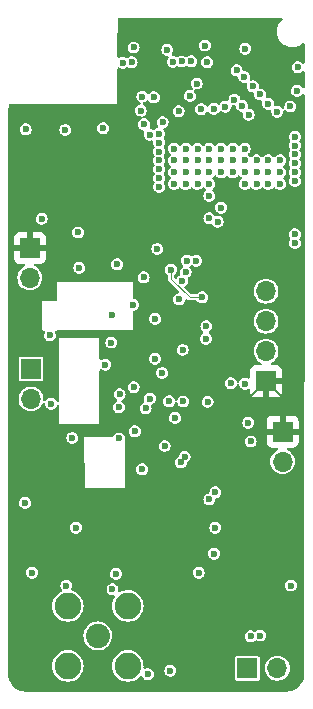
<source format=gbr>
%TF.GenerationSoftware,KiCad,Pcbnew,8.0.9-1.fc41*%
%TF.CreationDate,2025-06-12T13:42:16-04:00*%
%TF.ProjectId,OS-41,4f532d34-312e-46b6-9963-61645f706362,rev?*%
%TF.SameCoordinates,Original*%
%TF.FileFunction,Copper,L3,Inr*%
%TF.FilePolarity,Positive*%
%FSLAX46Y46*%
G04 Gerber Fmt 4.6, Leading zero omitted, Abs format (unit mm)*
G04 Created by KiCad (PCBNEW 8.0.9-1.fc41) date 2025-06-12 13:42:16*
%MOMM*%
%LPD*%
G01*
G04 APERTURE LIST*
%TA.AperFunction,ComponentPad*%
%ADD10R,1.700000X1.700000*%
%TD*%
%TA.AperFunction,ComponentPad*%
%ADD11O,1.700000X1.700000*%
%TD*%
%TA.AperFunction,ComponentPad*%
%ADD12C,2.050000*%
%TD*%
%TA.AperFunction,ComponentPad*%
%ADD13C,2.250000*%
%TD*%
%TA.AperFunction,ViaPad*%
%ADD14C,0.600000*%
%TD*%
%TA.AperFunction,Conductor*%
%ADD15C,0.200000*%
%TD*%
%TA.AperFunction,Conductor*%
%ADD16C,0.100000*%
%TD*%
G04 APERTURE END LIST*
D10*
%TO.N,VCC*%
%TO.C,J2*%
X148200000Y-111960000D03*
D11*
%TO.N,GND*%
X148200000Y-114500000D03*
%TD*%
D12*
%TO.N,Net-(J4-In)*%
%TO.C,J4*%
X132560000Y-129260000D03*
D13*
%TO.N,GND*%
X130020000Y-126720000D03*
X130020000Y-131800000D03*
X135100000Y-126720000D03*
X135100000Y-131800000D03*
%TD*%
D10*
%TO.N,GND*%
%TO.C,J9*%
X126900000Y-106660000D03*
D11*
%TO.N,NRST*%
X126900000Y-109200000D03*
%TD*%
D10*
%TO.N,BATT*%
%TO.C,J3*%
X145225000Y-132000000D03*
D11*
%TO.N,GND*%
X147765000Y-132000000D03*
%TD*%
D10*
%TO.N,VCC*%
%TO.C,J8*%
X126800000Y-96400000D03*
D11*
%TO.N,BOOT0*%
X126800000Y-98940000D03*
%TD*%
D10*
%TO.N,VCC*%
%TO.C,J6*%
X146800000Y-107700000D03*
D11*
%TO.N,SWDIO*%
X146800000Y-105160000D03*
%TO.N,SWCLK*%
X146800000Y-102620001D03*
%TO.N,GND*%
X146800000Y-100080000D03*
%TD*%
D14*
%TO.N,GND*%
X135420000Y-80690000D03*
X133200000Y-106300000D03*
X137750000Y-89000000D03*
X140460000Y-80610000D03*
X146290000Y-83420000D03*
X136800000Y-132500000D03*
X137750000Y-87500000D03*
X146970000Y-84200000D03*
X134100000Y-124000000D03*
X143000000Y-88000000D03*
X145047142Y-79535329D03*
X142000000Y-117700000D03*
X145000000Y-90000000D03*
X135584945Y-79437637D03*
X148900000Y-125000000D03*
X147750000Y-84880000D03*
X139590000Y-114560000D03*
X136448529Y-98900000D03*
X137750000Y-88250000D03*
X141000000Y-88000000D03*
X137400000Y-105800000D03*
X137750000Y-91250000D03*
X139737500Y-105050000D03*
X147000000Y-91000000D03*
X148000000Y-90000000D03*
X149440000Y-83110000D03*
X143000000Y-89000000D03*
X134345735Y-112540000D03*
X149500000Y-81100000D03*
X141743750Y-103043750D03*
X142370000Y-84640000D03*
X145000000Y-89000000D03*
X128600000Y-109600000D03*
X133000000Y-86275001D03*
X142000000Y-92000000D03*
X134680000Y-80720000D03*
X138910000Y-80650000D03*
X138000000Y-107000000D03*
X139000000Y-90000000D03*
X144000000Y-89000000D03*
X140930109Y-82494010D03*
X149250000Y-87000000D03*
X139650000Y-80620000D03*
X142500000Y-117100000D03*
X143000000Y-93000000D03*
X144000000Y-88000000D03*
X133774999Y-102100000D03*
X142500000Y-120100000D03*
X141700000Y-104100000D03*
X142700000Y-94200000D03*
X148000000Y-89000000D03*
X130900000Y-95100000D03*
X137600000Y-96500000D03*
X145500000Y-112800000D03*
X149250000Y-90750000D03*
X149250000Y-95250000D03*
X140000000Y-89000000D03*
X136190000Y-84780000D03*
X139904159Y-114104368D03*
X147000000Y-90000000D03*
X138445934Y-79633021D03*
X138215000Y-113185000D03*
X139000000Y-88000000D03*
X149250000Y-89250000D03*
X145300000Y-111200000D03*
X136480000Y-85950000D03*
X149250000Y-87750000D03*
X142400000Y-122300000D03*
X139000000Y-91000000D03*
X142000000Y-89000000D03*
X144320000Y-81380000D03*
X126400000Y-118000000D03*
X139737500Y-105050000D03*
X128500000Y-103800000D03*
X137750000Y-90500000D03*
X145500000Y-129300000D03*
X148000000Y-91000000D03*
X144130000Y-83850000D03*
X140000000Y-91000000D03*
X146000000Y-91000000D03*
X142000000Y-88000000D03*
X140000000Y-90000000D03*
X133700000Y-104425000D03*
X126450000Y-86375001D03*
X141000000Y-91000000D03*
X142000000Y-90000000D03*
X137301538Y-83666318D03*
X129800000Y-86425001D03*
X143000000Y-90000000D03*
X146000000Y-89000000D03*
X146305000Y-129230000D03*
X144770000Y-84380000D03*
X148857142Y-84433901D03*
X144000000Y-90000000D03*
X138700000Y-132200000D03*
X145000000Y-88000000D03*
X142000000Y-91000000D03*
X142000000Y-93900000D03*
X137750000Y-89750000D03*
X144949450Y-81935769D03*
X138040000Y-85760000D03*
X137750000Y-86750000D03*
X140370000Y-83540000D03*
X145326263Y-85145659D03*
X127000000Y-123900000D03*
X145000000Y-91000000D03*
X139000000Y-89000000D03*
X141000000Y-90000000D03*
X147000000Y-89000000D03*
X141306923Y-84671153D03*
X141810000Y-80690000D03*
X145690000Y-82730000D03*
X149250000Y-88500000D03*
X143360000Y-84460000D03*
X139394945Y-84824670D03*
X137416433Y-102415600D03*
X140000000Y-88000000D03*
X149250000Y-96000000D03*
X133800000Y-125300000D03*
X130700000Y-120100000D03*
X141630000Y-79280000D03*
X136338571Y-83596538D03*
X136950000Y-86820000D03*
X146000000Y-90000000D03*
X141000000Y-89000000D03*
X149250000Y-90000000D03*
X129900000Y-125000000D03*
%TO.N,VCC*%
X126300000Y-115400000D03*
X136300000Y-102100000D03*
X137352083Y-115583421D03*
X136222465Y-100780477D03*
X135700000Y-116600000D03*
X147000000Y-95000000D03*
X140086381Y-110586381D03*
X137400000Y-92612500D03*
X136678335Y-96603578D03*
X147300000Y-119400000D03*
X145000000Y-99800000D03*
X134600000Y-118500000D03*
X146400000Y-117300000D03*
X141085395Y-110584586D03*
X136585802Y-116514198D03*
X130100000Y-116000000D03*
X142100000Y-118900000D03*
X143825014Y-102245978D03*
X143187406Y-108487407D03*
%TO.N,BATT*%
X141100000Y-123900000D03*
X134400000Y-108800000D03*
%TO.N,VREF*%
X130400000Y-112500000D03*
%TO.N,Net-(U7-VCAP1)*%
X141850000Y-109440000D03*
%TO.N,Net-(U6-CSB)*%
X138751471Y-98251471D03*
X141400000Y-100600000D03*
%TO.N,LED_OK*%
X135549006Y-101212283D03*
X127800000Y-93950000D03*
%TO.N,LED_ERR*%
X136600000Y-110000000D03*
X139800000Y-109408664D03*
X134345735Y-109900000D03*
X131000000Y-98100000D03*
%TO.N,SDA*%
X139438832Y-100765266D03*
X134200000Y-97800000D03*
X139700000Y-99200001D03*
%TO.N,Net-(U6-SDO)*%
X140001470Y-98457217D03*
%TO.N,NIRQ*%
X143825014Y-107854024D03*
X135700000Y-111940000D03*
%TO.N,SDO*%
X138600000Y-109400000D03*
X139100000Y-110800000D03*
%TO.N,SDN*%
X136313239Y-115160428D03*
X145025014Y-107900000D03*
%TO.N,RXD*%
X135600000Y-108200000D03*
X140900000Y-97500000D03*
%TO.N,TXD*%
X136958321Y-109176539D03*
X140100277Y-97478956D03*
%TD*%
D15*
%TO.N,VCC*%
X143800000Y-109900000D02*
X143319184Y-109900000D01*
X143187406Y-109768222D02*
X143187406Y-108487407D01*
X139700000Y-113460000D02*
X137490000Y-115670000D01*
X143319184Y-109900000D02*
X142569239Y-109900000D01*
X148200000Y-111960000D02*
X148200000Y-109100000D01*
X137490000Y-115670000D02*
X136630000Y-115670000D01*
X139700000Y-112769239D02*
X139700000Y-113460000D01*
X142569239Y-109900000D02*
X139700000Y-112769239D01*
X143319184Y-109900000D02*
X143187406Y-109768222D01*
X136630000Y-115670000D02*
X135700000Y-116600000D01*
X148200000Y-109100000D02*
X146800000Y-107700000D01*
X146800000Y-107700000D02*
X144600000Y-109900000D01*
X144600000Y-109900000D02*
X143800000Y-109900000D01*
D16*
%TO.N,Net-(U6-CSB)*%
X138751471Y-98251471D02*
X138751471Y-99029289D01*
X140322182Y-100600000D02*
X141400000Y-100600000D01*
X138751471Y-99029289D02*
X140322182Y-100600000D01*
%TD*%
%TA.AperFunction,Conductor*%
%TO.N,VCC*%
G36*
X148143778Y-76934399D02*
G01*
X148189533Y-76987203D01*
X148199477Y-77056361D01*
X148170452Y-77119917D01*
X148164420Y-77126395D01*
X148048032Y-77242782D01*
X148048028Y-77242786D01*
X147927715Y-77408386D01*
X147834781Y-77590776D01*
X147771522Y-77785465D01*
X147739500Y-77987648D01*
X147739500Y-78192351D01*
X147771522Y-78394534D01*
X147834781Y-78589223D01*
X147927715Y-78771613D01*
X148048028Y-78937213D01*
X148192786Y-79081971D01*
X148347749Y-79194556D01*
X148358390Y-79202287D01*
X148453753Y-79250877D01*
X148540776Y-79295218D01*
X148540778Y-79295218D01*
X148540781Y-79295220D01*
X148645137Y-79329127D01*
X148735465Y-79358477D01*
X148836557Y-79374488D01*
X148937648Y-79390500D01*
X148937649Y-79390500D01*
X149142351Y-79390500D01*
X149142352Y-79390500D01*
X149344534Y-79358477D01*
X149539219Y-79295220D01*
X149721610Y-79202287D01*
X149887219Y-79081966D01*
X149887218Y-79081966D01*
X149887785Y-79081555D01*
X149953591Y-79058075D01*
X150021645Y-79073901D01*
X150070340Y-79124006D01*
X150084670Y-79181972D01*
X150083473Y-80676722D01*
X150063735Y-80743746D01*
X150010894Y-80789459D01*
X149941728Y-80799347D01*
X149878195Y-80770271D01*
X149865768Y-80757834D01*
X149831128Y-80717857D01*
X149831127Y-80717856D01*
X149831126Y-80717855D01*
X149725540Y-80650000D01*
X149710053Y-80640047D01*
X149710051Y-80640046D01*
X149710049Y-80640045D01*
X149710050Y-80640045D01*
X149571963Y-80599500D01*
X149571961Y-80599500D01*
X149428039Y-80599500D01*
X149428036Y-80599500D01*
X149289949Y-80640045D01*
X149168873Y-80717856D01*
X149074623Y-80826626D01*
X149074622Y-80826628D01*
X149014834Y-80957543D01*
X148994353Y-81100000D01*
X149014834Y-81242456D01*
X149015611Y-81244157D01*
X149074623Y-81373373D01*
X149168872Y-81482143D01*
X149289947Y-81559953D01*
X149289950Y-81559954D01*
X149289949Y-81559954D01*
X149428036Y-81600499D01*
X149428038Y-81600500D01*
X149428039Y-81600500D01*
X149571962Y-81600500D01*
X149571962Y-81600499D01*
X149710053Y-81559953D01*
X149831128Y-81482143D01*
X149865081Y-81442957D01*
X149923857Y-81405183D01*
X149993727Y-81405182D01*
X150052506Y-81442956D01*
X150081532Y-81506511D01*
X150082794Y-81524259D01*
X150081810Y-82754046D01*
X150062072Y-82821070D01*
X150009231Y-82866783D01*
X149940065Y-82876671D01*
X149876532Y-82847595D01*
X149864097Y-82835150D01*
X149814450Y-82777854D01*
X149771128Y-82727857D01*
X149650053Y-82650047D01*
X149650051Y-82650046D01*
X149650049Y-82650045D01*
X149650050Y-82650045D01*
X149511963Y-82609500D01*
X149511961Y-82609500D01*
X149368039Y-82609500D01*
X149368036Y-82609500D01*
X149229949Y-82650045D01*
X149108873Y-82727856D01*
X149014623Y-82836626D01*
X149014622Y-82836628D01*
X148954834Y-82967543D01*
X148934353Y-83110000D01*
X148954834Y-83252456D01*
X149000490Y-83352427D01*
X149014623Y-83383373D01*
X149108872Y-83492143D01*
X149229947Y-83569953D01*
X149229950Y-83569954D01*
X149229949Y-83569954D01*
X149368036Y-83610499D01*
X149368038Y-83610500D01*
X149368039Y-83610500D01*
X149511962Y-83610500D01*
X149511962Y-83610499D01*
X149650053Y-83569953D01*
X149771128Y-83492143D01*
X149863526Y-83385508D01*
X149922304Y-83347734D01*
X149992173Y-83347734D01*
X150050952Y-83385508D01*
X150079977Y-83449063D01*
X150081239Y-83466810D01*
X150042058Y-132395706D01*
X150042000Y-132396604D01*
X150042000Y-132465565D01*
X150041684Y-132474411D01*
X150027369Y-132674556D01*
X150024851Y-132692068D01*
X149983146Y-132883787D01*
X149978162Y-132900763D01*
X149909590Y-133084609D01*
X149902240Y-133100701D01*
X149808211Y-133272904D01*
X149798646Y-133287789D01*
X149681058Y-133444867D01*
X149669472Y-133458237D01*
X149530737Y-133596972D01*
X149517367Y-133608558D01*
X149360289Y-133726146D01*
X149345404Y-133735711D01*
X149173201Y-133829740D01*
X149157109Y-133837090D01*
X148973263Y-133905662D01*
X148956287Y-133910646D01*
X148764568Y-133952351D01*
X148747057Y-133954869D01*
X148566279Y-133967799D01*
X148546917Y-133969184D01*
X148538072Y-133969500D01*
X126461928Y-133969500D01*
X126453082Y-133969184D01*
X126431122Y-133967613D01*
X126252942Y-133954869D01*
X126235431Y-133952351D01*
X126043712Y-133910646D01*
X126026736Y-133905662D01*
X125842890Y-133837090D01*
X125826798Y-133829740D01*
X125654595Y-133735711D01*
X125639710Y-133726146D01*
X125482632Y-133608558D01*
X125469262Y-133596972D01*
X125330527Y-133458237D01*
X125318941Y-133444867D01*
X125201349Y-133287784D01*
X125191788Y-133272904D01*
X125097759Y-133100701D01*
X125090409Y-133084609D01*
X125077687Y-133050500D01*
X125021834Y-132900755D01*
X125016855Y-132883797D01*
X124975147Y-132692063D01*
X124972630Y-132674556D01*
X124970954Y-132651119D01*
X124958318Y-132474452D01*
X124958003Y-132465539D01*
X124958536Y-131799998D01*
X128689437Y-131799998D01*
X128689437Y-131800001D01*
X128709650Y-132031044D01*
X128709651Y-132031051D01*
X128769678Y-132255074D01*
X128769679Y-132255076D01*
X128769680Y-132255079D01*
X128867699Y-132465282D01*
X129000730Y-132655269D01*
X129164731Y-132819270D01*
X129354718Y-132952301D01*
X129564921Y-133050320D01*
X129788950Y-133110349D01*
X129953985Y-133124787D01*
X130019998Y-133130563D01*
X130020000Y-133130563D01*
X130020002Y-133130563D01*
X130077762Y-133125509D01*
X130251050Y-133110349D01*
X130475079Y-133050320D01*
X130685282Y-132952301D01*
X130875269Y-132819270D01*
X131039270Y-132655269D01*
X131172301Y-132465282D01*
X131270320Y-132255079D01*
X131330349Y-132031050D01*
X131350563Y-131800000D01*
X131350563Y-131799998D01*
X133769437Y-131799998D01*
X133769437Y-131800001D01*
X133789650Y-132031044D01*
X133789651Y-132031051D01*
X133849678Y-132255074D01*
X133849679Y-132255076D01*
X133849680Y-132255079D01*
X133947699Y-132465282D01*
X134080730Y-132655269D01*
X134244731Y-132819270D01*
X134434718Y-132952301D01*
X134644921Y-133050320D01*
X134868950Y-133110349D01*
X135033985Y-133124787D01*
X135099998Y-133130563D01*
X135100000Y-133130563D01*
X135100002Y-133130563D01*
X135157762Y-133125509D01*
X135331050Y-133110349D01*
X135555079Y-133050320D01*
X135765282Y-132952301D01*
X135955269Y-132819270D01*
X136119270Y-132655269D01*
X136119277Y-132655258D01*
X136122752Y-132651119D01*
X136124521Y-132652604D01*
X136171381Y-132615117D01*
X136240876Y-132607895D01*
X136303244Y-132639392D01*
X136331219Y-132678332D01*
X136374623Y-132773373D01*
X136468872Y-132882143D01*
X136589947Y-132959953D01*
X136589950Y-132959954D01*
X136589949Y-132959954D01*
X136728036Y-133000499D01*
X136728038Y-133000500D01*
X136728039Y-133000500D01*
X136871962Y-133000500D01*
X136871962Y-133000499D01*
X137010053Y-132959953D01*
X137131128Y-132882143D01*
X137225377Y-132773373D01*
X137285165Y-132642457D01*
X137305647Y-132500000D01*
X137285165Y-132357543D01*
X137225377Y-132226627D01*
X137202305Y-132200000D01*
X138194353Y-132200000D01*
X138214834Y-132342456D01*
X138273086Y-132470007D01*
X138274623Y-132473373D01*
X138368872Y-132582143D01*
X138489947Y-132659953D01*
X138489950Y-132659954D01*
X138489949Y-132659954D01*
X138628036Y-132700499D01*
X138628038Y-132700500D01*
X138628039Y-132700500D01*
X138771962Y-132700500D01*
X138771962Y-132700499D01*
X138910053Y-132659953D01*
X139031128Y-132582143D01*
X139125377Y-132473373D01*
X139185165Y-132342457D01*
X139205647Y-132200000D01*
X139185165Y-132057543D01*
X139125377Y-131926627D01*
X139031128Y-131817857D01*
X138910053Y-131740047D01*
X138910051Y-131740046D01*
X138910049Y-131740045D01*
X138910050Y-131740045D01*
X138771963Y-131699500D01*
X138771961Y-131699500D01*
X138628039Y-131699500D01*
X138628036Y-131699500D01*
X138489949Y-131740045D01*
X138368873Y-131817856D01*
X138274623Y-131926626D01*
X138274622Y-131926628D01*
X138214834Y-132057543D01*
X138194353Y-132200000D01*
X137202305Y-132200000D01*
X137131128Y-132117857D01*
X137010053Y-132040047D01*
X137010051Y-132040046D01*
X137010049Y-132040045D01*
X137010050Y-132040045D01*
X136871963Y-131999500D01*
X136871961Y-131999500D01*
X136728039Y-131999500D01*
X136728036Y-131999500D01*
X136581437Y-132042545D01*
X136580576Y-132039613D01*
X136526473Y-132047387D01*
X136462920Y-132018357D01*
X136425151Y-131959575D01*
X136420603Y-131913844D01*
X136430563Y-131800001D01*
X136430563Y-131799998D01*
X136424787Y-131733985D01*
X136410349Y-131568950D01*
X136350320Y-131344921D01*
X136252301Y-131134719D01*
X136252299Y-131134716D01*
X136252298Y-131134714D01*
X136249170Y-131130247D01*
X144174500Y-131130247D01*
X144174500Y-132869752D01*
X144186131Y-132928229D01*
X144186132Y-132928230D01*
X144230447Y-132994552D01*
X144296769Y-133038867D01*
X144296770Y-133038868D01*
X144355247Y-133050499D01*
X144355250Y-133050500D01*
X144355252Y-133050500D01*
X146094750Y-133050500D01*
X146094751Y-133050499D01*
X146109568Y-133047552D01*
X146153229Y-133038868D01*
X146153229Y-133038867D01*
X146153231Y-133038867D01*
X146219552Y-132994552D01*
X146263867Y-132928231D01*
X146263867Y-132928229D01*
X146263868Y-132928229D01*
X146275499Y-132869752D01*
X146275500Y-132869750D01*
X146275500Y-132000000D01*
X146709417Y-132000000D01*
X146729699Y-132205932D01*
X146735977Y-132226627D01*
X146789768Y-132403954D01*
X146887315Y-132586450D01*
X146910841Y-132615117D01*
X147018589Y-132746410D01*
X147107369Y-132819269D01*
X147178550Y-132877685D01*
X147361046Y-132975232D01*
X147559066Y-133035300D01*
X147559065Y-133035300D01*
X147577529Y-133037118D01*
X147765000Y-133055583D01*
X147970934Y-133035300D01*
X148168954Y-132975232D01*
X148351450Y-132877685D01*
X148511410Y-132746410D01*
X148642685Y-132586450D01*
X148740232Y-132403954D01*
X148800300Y-132205934D01*
X148820583Y-132000000D01*
X148800300Y-131794066D01*
X148740232Y-131596046D01*
X148642685Y-131413550D01*
X148586360Y-131344917D01*
X148511410Y-131253589D01*
X148361121Y-131130252D01*
X148351450Y-131122315D01*
X148168954Y-131024768D01*
X147970934Y-130964700D01*
X147970932Y-130964699D01*
X147970934Y-130964699D01*
X147765000Y-130944417D01*
X147559067Y-130964699D01*
X147361043Y-131024769D01*
X147273114Y-131071769D01*
X147178550Y-131122315D01*
X147178548Y-131122316D01*
X147178547Y-131122317D01*
X147018589Y-131253589D01*
X146887317Y-131413547D01*
X146789769Y-131596043D01*
X146729699Y-131794067D01*
X146709417Y-132000000D01*
X146275500Y-132000000D01*
X146275500Y-131130249D01*
X146275499Y-131130247D01*
X146263868Y-131071770D01*
X146263867Y-131071769D01*
X146219552Y-131005447D01*
X146153230Y-130961132D01*
X146153229Y-130961131D01*
X146094752Y-130949500D01*
X146094748Y-130949500D01*
X144355252Y-130949500D01*
X144355247Y-130949500D01*
X144296770Y-130961131D01*
X144296769Y-130961132D01*
X144230447Y-131005447D01*
X144186132Y-131071769D01*
X144186131Y-131071770D01*
X144174500Y-131130247D01*
X136249170Y-131130247D01*
X136119273Y-130944735D01*
X136119268Y-130944729D01*
X135955269Y-130780730D01*
X135955263Y-130780726D01*
X135765282Y-130647699D01*
X135555079Y-130549680D01*
X135555076Y-130549679D01*
X135555074Y-130549678D01*
X135331051Y-130489651D01*
X135331044Y-130489650D01*
X135100002Y-130469437D01*
X135099998Y-130469437D01*
X134868955Y-130489650D01*
X134868948Y-130489651D01*
X134644917Y-130549681D01*
X134434718Y-130647699D01*
X134434714Y-130647701D01*
X134244735Y-130780726D01*
X134244729Y-130780731D01*
X134080731Y-130944729D01*
X134080726Y-130944735D01*
X133947701Y-131134714D01*
X133947699Y-131134718D01*
X133849681Y-131344917D01*
X133789651Y-131568948D01*
X133789650Y-131568955D01*
X133769437Y-131799998D01*
X131350563Y-131799998D01*
X131330349Y-131568950D01*
X131270320Y-131344921D01*
X131172301Y-131134719D01*
X131172299Y-131134716D01*
X131172298Y-131134714D01*
X131039273Y-130944735D01*
X131039268Y-130944729D01*
X130875269Y-130780730D01*
X130875263Y-130780726D01*
X130685282Y-130647699D01*
X130475079Y-130549680D01*
X130475076Y-130549679D01*
X130475074Y-130549678D01*
X130251051Y-130489651D01*
X130251044Y-130489650D01*
X130020002Y-130469437D01*
X130019998Y-130469437D01*
X129788955Y-130489650D01*
X129788948Y-130489651D01*
X129564917Y-130549681D01*
X129354718Y-130647699D01*
X129354714Y-130647701D01*
X129164735Y-130780726D01*
X129164729Y-130780731D01*
X129000731Y-130944729D01*
X129000726Y-130944735D01*
X128867701Y-131134714D01*
X128867699Y-131134718D01*
X128769681Y-131344917D01*
X128709651Y-131568948D01*
X128709650Y-131568955D01*
X128689437Y-131799998D01*
X124958536Y-131799998D01*
X124960570Y-129259998D01*
X131329819Y-129259998D01*
X131329819Y-129260001D01*
X131348507Y-129473613D01*
X131348509Y-129473624D01*
X131404005Y-129680739D01*
X131404007Y-129680743D01*
X131404008Y-129680747D01*
X131427208Y-129730499D01*
X131494631Y-129875090D01*
X131494632Y-129875091D01*
X131617627Y-130050745D01*
X131769255Y-130202373D01*
X131944909Y-130325368D01*
X132139253Y-130415992D01*
X132346381Y-130471492D01*
X132498966Y-130484841D01*
X132559998Y-130490181D01*
X132560000Y-130490181D01*
X132560002Y-130490181D01*
X132613404Y-130485508D01*
X132773619Y-130471492D01*
X132980747Y-130415992D01*
X133175091Y-130325368D01*
X133350745Y-130202373D01*
X133502373Y-130050745D01*
X133625368Y-129875091D01*
X133715992Y-129680747D01*
X133771492Y-129473619D01*
X133786681Y-129300000D01*
X144994353Y-129300000D01*
X145014834Y-129442456D01*
X145069480Y-129562111D01*
X145074623Y-129573373D01*
X145168872Y-129682143D01*
X145289947Y-129759953D01*
X145289950Y-129759954D01*
X145289949Y-129759954D01*
X145428036Y-129800499D01*
X145428038Y-129800500D01*
X145428039Y-129800500D01*
X145571962Y-129800500D01*
X145571962Y-129800499D01*
X145710053Y-129759953D01*
X145831128Y-129682143D01*
X145850784Y-129659458D01*
X145909558Y-129621686D01*
X145979427Y-129621684D01*
X146011532Y-129636345D01*
X146059565Y-129667214D01*
X146094948Y-129689954D01*
X146233036Y-129730499D01*
X146233038Y-129730500D01*
X146233039Y-129730500D01*
X146376962Y-129730500D01*
X146376962Y-129730499D01*
X146515053Y-129689953D01*
X146636128Y-129612143D01*
X146730377Y-129503373D01*
X146790165Y-129372457D01*
X146810647Y-129230000D01*
X146790165Y-129087543D01*
X146730377Y-128956627D01*
X146636128Y-128847857D01*
X146515053Y-128770047D01*
X146515051Y-128770046D01*
X146515049Y-128770045D01*
X146515050Y-128770045D01*
X146376963Y-128729500D01*
X146376961Y-128729500D01*
X146233039Y-128729500D01*
X146233036Y-128729500D01*
X146094949Y-128770045D01*
X145973872Y-128847856D01*
X145954216Y-128870541D01*
X145895437Y-128908315D01*
X145825567Y-128908314D01*
X145793464Y-128893652D01*
X145710053Y-128840047D01*
X145710052Y-128840046D01*
X145710051Y-128840046D01*
X145710050Y-128840045D01*
X145571963Y-128799500D01*
X145571961Y-128799500D01*
X145428039Y-128799500D01*
X145428036Y-128799500D01*
X145289949Y-128840045D01*
X145168873Y-128917856D01*
X145074623Y-129026626D01*
X145074622Y-129026628D01*
X145014834Y-129157543D01*
X144994353Y-129300000D01*
X133786681Y-129300000D01*
X133790181Y-129260000D01*
X133771492Y-129046381D01*
X133724376Y-128870541D01*
X133715994Y-128839260D01*
X133715993Y-128839259D01*
X133715992Y-128839253D01*
X133625368Y-128644910D01*
X133502373Y-128469255D01*
X133350745Y-128317627D01*
X133175091Y-128194632D01*
X133175092Y-128194632D01*
X133175090Y-128194631D01*
X133077919Y-128149320D01*
X132980747Y-128104008D01*
X132980743Y-128104007D01*
X132980739Y-128104005D01*
X132773624Y-128048509D01*
X132773620Y-128048508D01*
X132773619Y-128048508D01*
X132773618Y-128048507D01*
X132773613Y-128048507D01*
X132560002Y-128029819D01*
X132559998Y-128029819D01*
X132346386Y-128048507D01*
X132346375Y-128048509D01*
X132139260Y-128104005D01*
X132139251Y-128104009D01*
X131944910Y-128194631D01*
X131944908Y-128194632D01*
X131769259Y-128317623D01*
X131769253Y-128317628D01*
X131617628Y-128469253D01*
X131617623Y-128469259D01*
X131494632Y-128644908D01*
X131494631Y-128644910D01*
X131404009Y-128839251D01*
X131404005Y-128839260D01*
X131348509Y-129046375D01*
X131348507Y-129046386D01*
X131329819Y-129259998D01*
X124960570Y-129259998D01*
X124962604Y-126719998D01*
X128689437Y-126719998D01*
X128689437Y-126720001D01*
X128709650Y-126951044D01*
X128709651Y-126951051D01*
X128769678Y-127175074D01*
X128769679Y-127175076D01*
X128769680Y-127175079D01*
X128867699Y-127385282D01*
X129000730Y-127575269D01*
X129164731Y-127739270D01*
X129354718Y-127872301D01*
X129564921Y-127970320D01*
X129788950Y-128030349D01*
X129953985Y-128044787D01*
X130019998Y-128050563D01*
X130020000Y-128050563D01*
X130020002Y-128050563D01*
X130077762Y-128045509D01*
X130251050Y-128030349D01*
X130475079Y-127970320D01*
X130685282Y-127872301D01*
X130875269Y-127739270D01*
X131039270Y-127575269D01*
X131172301Y-127385282D01*
X131270320Y-127175079D01*
X131330349Y-126951050D01*
X131350563Y-126720000D01*
X131330349Y-126488950D01*
X131270320Y-126264921D01*
X131172301Y-126054719D01*
X131172299Y-126054716D01*
X131172298Y-126054714D01*
X131039273Y-125864735D01*
X131039268Y-125864729D01*
X130875269Y-125700730D01*
X130848724Y-125682143D01*
X130685282Y-125567699D01*
X130475079Y-125469680D01*
X130475076Y-125469679D01*
X130403418Y-125450478D01*
X130343758Y-125414112D01*
X130313230Y-125351265D01*
X130319360Y-125300000D01*
X133294353Y-125300000D01*
X133314834Y-125442456D01*
X133370825Y-125565057D01*
X133374623Y-125573373D01*
X133468872Y-125682143D01*
X133589947Y-125759953D01*
X133589950Y-125759954D01*
X133589949Y-125759954D01*
X133728036Y-125800499D01*
X133728038Y-125800500D01*
X133880830Y-125800500D01*
X133880830Y-125802166D01*
X133939759Y-125810638D01*
X133992564Y-125856391D01*
X134012250Y-125923430D01*
X133992567Y-125990470D01*
X133989825Y-125994556D01*
X133947701Y-126054714D01*
X133947699Y-126054718D01*
X133849681Y-126264917D01*
X133789651Y-126488948D01*
X133789650Y-126488955D01*
X133769437Y-126719998D01*
X133769437Y-126720001D01*
X133789650Y-126951044D01*
X133789651Y-126951051D01*
X133849678Y-127175074D01*
X133849679Y-127175076D01*
X133849680Y-127175079D01*
X133947699Y-127385282D01*
X134080730Y-127575269D01*
X134244731Y-127739270D01*
X134434718Y-127872301D01*
X134644921Y-127970320D01*
X134868950Y-128030349D01*
X135033985Y-128044787D01*
X135099998Y-128050563D01*
X135100000Y-128050563D01*
X135100002Y-128050563D01*
X135157762Y-128045509D01*
X135331050Y-128030349D01*
X135555079Y-127970320D01*
X135765282Y-127872301D01*
X135955269Y-127739270D01*
X136119270Y-127575269D01*
X136252301Y-127385282D01*
X136350320Y-127175079D01*
X136410349Y-126951050D01*
X136430563Y-126720000D01*
X136410349Y-126488950D01*
X136350320Y-126264921D01*
X136252301Y-126054719D01*
X136252299Y-126054716D01*
X136252298Y-126054714D01*
X136119273Y-125864735D01*
X136119268Y-125864729D01*
X135955269Y-125700730D01*
X135928724Y-125682143D01*
X135765282Y-125567699D01*
X135555079Y-125469680D01*
X135555076Y-125469679D01*
X135555074Y-125469678D01*
X135331051Y-125409651D01*
X135331044Y-125409650D01*
X135100002Y-125389437D01*
X135099998Y-125389437D01*
X134868955Y-125409650D01*
X134868948Y-125409651D01*
X134743842Y-125443174D01*
X134644921Y-125469680D01*
X134644919Y-125469680D01*
X134644915Y-125469682D01*
X134462883Y-125554565D01*
X134393806Y-125565057D01*
X134330022Y-125536537D01*
X134291783Y-125478060D01*
X134287741Y-125424538D01*
X134305647Y-125300000D01*
X134285165Y-125157543D01*
X134225377Y-125026627D01*
X134202305Y-125000000D01*
X148394353Y-125000000D01*
X148414834Y-125142456D01*
X148474622Y-125273371D01*
X148474623Y-125273373D01*
X148568872Y-125382143D01*
X148689947Y-125459953D01*
X148689950Y-125459954D01*
X148689949Y-125459954D01*
X148828036Y-125500499D01*
X148828038Y-125500500D01*
X148828039Y-125500500D01*
X148971962Y-125500500D01*
X148971962Y-125500499D01*
X149110053Y-125459953D01*
X149231128Y-125382143D01*
X149325377Y-125273373D01*
X149385165Y-125142457D01*
X149405647Y-125000000D01*
X149385165Y-124857543D01*
X149325377Y-124726627D01*
X149231128Y-124617857D01*
X149110053Y-124540047D01*
X149110051Y-124540046D01*
X149110049Y-124540045D01*
X149110050Y-124540045D01*
X148971963Y-124499500D01*
X148971961Y-124499500D01*
X148828039Y-124499500D01*
X148828036Y-124499500D01*
X148689949Y-124540045D01*
X148568873Y-124617856D01*
X148474623Y-124726626D01*
X148474622Y-124726628D01*
X148414834Y-124857543D01*
X148394353Y-125000000D01*
X134202305Y-125000000D01*
X134131128Y-124917857D01*
X134010053Y-124840047D01*
X134010051Y-124840046D01*
X134010049Y-124840045D01*
X134010050Y-124840045D01*
X133871963Y-124799500D01*
X133871961Y-124799500D01*
X133728039Y-124799500D01*
X133728036Y-124799500D01*
X133589949Y-124840045D01*
X133468873Y-124917856D01*
X133374623Y-125026626D01*
X133374622Y-125026628D01*
X133314834Y-125157543D01*
X133294353Y-125300000D01*
X130319360Y-125300000D01*
X130321525Y-125281889D01*
X130322719Y-125279191D01*
X130325374Y-125273375D01*
X130325377Y-125273373D01*
X130385165Y-125142457D01*
X130405647Y-125000000D01*
X130385165Y-124857543D01*
X130325377Y-124726627D01*
X130231128Y-124617857D01*
X130110053Y-124540047D01*
X130110051Y-124540046D01*
X130110049Y-124540045D01*
X130110050Y-124540045D01*
X129971963Y-124499500D01*
X129971961Y-124499500D01*
X129828039Y-124499500D01*
X129828036Y-124499500D01*
X129689949Y-124540045D01*
X129568873Y-124617856D01*
X129474623Y-124726626D01*
X129474622Y-124726628D01*
X129414834Y-124857543D01*
X129394353Y-125000000D01*
X129414834Y-125142456D01*
X129474622Y-125273371D01*
X129474625Y-125273377D01*
X129514176Y-125319021D01*
X129543201Y-125382577D01*
X129533257Y-125451735D01*
X129487502Y-125504539D01*
X129472868Y-125512605D01*
X129354718Y-125567699D01*
X129354714Y-125567701D01*
X129164735Y-125700726D01*
X129164729Y-125700731D01*
X129000731Y-125864729D01*
X129000726Y-125864735D01*
X128867701Y-126054714D01*
X128867699Y-126054718D01*
X128769681Y-126264917D01*
X128709651Y-126488948D01*
X128709650Y-126488955D01*
X128689437Y-126719998D01*
X124962604Y-126719998D01*
X124964862Y-123900000D01*
X126494353Y-123900000D01*
X126514834Y-124042456D01*
X126560504Y-124142457D01*
X126574623Y-124173373D01*
X126668872Y-124282143D01*
X126789947Y-124359953D01*
X126789950Y-124359954D01*
X126789949Y-124359954D01*
X126928036Y-124400499D01*
X126928038Y-124400500D01*
X126928039Y-124400500D01*
X127071962Y-124400500D01*
X127071962Y-124400499D01*
X127210053Y-124359953D01*
X127331128Y-124282143D01*
X127425377Y-124173373D01*
X127485165Y-124042457D01*
X127491269Y-124000000D01*
X133594353Y-124000000D01*
X133614834Y-124142456D01*
X133628953Y-124173371D01*
X133674623Y-124273373D01*
X133768872Y-124382143D01*
X133889947Y-124459953D01*
X133889950Y-124459954D01*
X133889949Y-124459954D01*
X133997107Y-124491417D01*
X134024633Y-124499500D01*
X134028036Y-124500499D01*
X134028038Y-124500500D01*
X134028039Y-124500500D01*
X134171962Y-124500500D01*
X134171962Y-124500499D01*
X134310053Y-124459953D01*
X134431128Y-124382143D01*
X134525377Y-124273373D01*
X134585165Y-124142457D01*
X134605647Y-124000000D01*
X134591269Y-123900000D01*
X140594353Y-123900000D01*
X140614834Y-124042456D01*
X140660504Y-124142457D01*
X140674623Y-124173373D01*
X140768872Y-124282143D01*
X140889947Y-124359953D01*
X140889950Y-124359954D01*
X140889949Y-124359954D01*
X141028036Y-124400499D01*
X141028038Y-124400500D01*
X141028039Y-124400500D01*
X141171962Y-124400500D01*
X141171962Y-124400499D01*
X141310053Y-124359953D01*
X141431128Y-124282143D01*
X141525377Y-124173373D01*
X141585165Y-124042457D01*
X141605647Y-123900000D01*
X141585165Y-123757543D01*
X141525377Y-123626627D01*
X141431128Y-123517857D01*
X141310053Y-123440047D01*
X141310051Y-123440046D01*
X141310049Y-123440045D01*
X141310050Y-123440045D01*
X141171963Y-123399500D01*
X141171961Y-123399500D01*
X141028039Y-123399500D01*
X141028036Y-123399500D01*
X140889949Y-123440045D01*
X140768873Y-123517856D01*
X140674623Y-123626626D01*
X140674622Y-123626628D01*
X140614834Y-123757543D01*
X140594353Y-123900000D01*
X134591269Y-123900000D01*
X134585165Y-123857543D01*
X134525377Y-123726627D01*
X134431128Y-123617857D01*
X134310053Y-123540047D01*
X134310051Y-123540046D01*
X134310049Y-123540045D01*
X134310050Y-123540045D01*
X134171963Y-123499500D01*
X134171961Y-123499500D01*
X134028039Y-123499500D01*
X134028036Y-123499500D01*
X133889949Y-123540045D01*
X133768873Y-123617856D01*
X133674623Y-123726626D01*
X133674622Y-123726628D01*
X133614834Y-123857543D01*
X133594353Y-124000000D01*
X127491269Y-124000000D01*
X127505647Y-123900000D01*
X127485165Y-123757543D01*
X127425377Y-123626627D01*
X127331128Y-123517857D01*
X127210053Y-123440047D01*
X127210051Y-123440046D01*
X127210049Y-123440045D01*
X127210050Y-123440045D01*
X127071963Y-123399500D01*
X127071961Y-123399500D01*
X126928039Y-123399500D01*
X126928036Y-123399500D01*
X126789949Y-123440045D01*
X126668873Y-123517856D01*
X126574623Y-123626626D01*
X126574622Y-123626628D01*
X126514834Y-123757543D01*
X126494353Y-123900000D01*
X124964862Y-123900000D01*
X124966143Y-122300000D01*
X141894353Y-122300000D01*
X141914834Y-122442456D01*
X141974622Y-122573371D01*
X141974623Y-122573373D01*
X142068872Y-122682143D01*
X142189947Y-122759953D01*
X142189950Y-122759954D01*
X142189949Y-122759954D01*
X142328036Y-122800499D01*
X142328038Y-122800500D01*
X142328039Y-122800500D01*
X142471962Y-122800500D01*
X142471962Y-122800499D01*
X142610053Y-122759953D01*
X142731128Y-122682143D01*
X142825377Y-122573373D01*
X142885165Y-122442457D01*
X142905647Y-122300000D01*
X142885165Y-122157543D01*
X142825377Y-122026627D01*
X142731128Y-121917857D01*
X142610053Y-121840047D01*
X142610051Y-121840046D01*
X142610049Y-121840045D01*
X142610050Y-121840045D01*
X142471963Y-121799500D01*
X142471961Y-121799500D01*
X142328039Y-121799500D01*
X142328036Y-121799500D01*
X142189949Y-121840045D01*
X142068873Y-121917856D01*
X141974623Y-122026626D01*
X141974622Y-122026628D01*
X141914834Y-122157543D01*
X141894353Y-122300000D01*
X124966143Y-122300000D01*
X124967905Y-120100000D01*
X130194353Y-120100000D01*
X130214834Y-120242456D01*
X130274622Y-120373371D01*
X130274623Y-120373373D01*
X130368872Y-120482143D01*
X130489947Y-120559953D01*
X130489950Y-120559954D01*
X130489949Y-120559954D01*
X130628036Y-120600499D01*
X130628038Y-120600500D01*
X130628039Y-120600500D01*
X130771962Y-120600500D01*
X130771962Y-120600499D01*
X130910053Y-120559953D01*
X131031128Y-120482143D01*
X131125377Y-120373373D01*
X131185165Y-120242457D01*
X131205647Y-120100000D01*
X141994353Y-120100000D01*
X142014834Y-120242456D01*
X142074622Y-120373371D01*
X142074623Y-120373373D01*
X142168872Y-120482143D01*
X142289947Y-120559953D01*
X142289950Y-120559954D01*
X142289949Y-120559954D01*
X142428036Y-120600499D01*
X142428038Y-120600500D01*
X142428039Y-120600500D01*
X142571962Y-120600500D01*
X142571962Y-120600499D01*
X142710053Y-120559953D01*
X142831128Y-120482143D01*
X142925377Y-120373373D01*
X142985165Y-120242457D01*
X143005647Y-120100000D01*
X142985165Y-119957543D01*
X142925377Y-119826627D01*
X142831128Y-119717857D01*
X142710053Y-119640047D01*
X142710051Y-119640046D01*
X142710049Y-119640045D01*
X142710050Y-119640045D01*
X142571963Y-119599500D01*
X142571961Y-119599500D01*
X142428039Y-119599500D01*
X142428036Y-119599500D01*
X142289949Y-119640045D01*
X142168873Y-119717856D01*
X142074623Y-119826626D01*
X142074622Y-119826628D01*
X142014834Y-119957543D01*
X141994353Y-120100000D01*
X131205647Y-120100000D01*
X131185165Y-119957543D01*
X131125377Y-119826627D01*
X131031128Y-119717857D01*
X130910053Y-119640047D01*
X130910051Y-119640046D01*
X130910049Y-119640045D01*
X130910050Y-119640045D01*
X130771963Y-119599500D01*
X130771961Y-119599500D01*
X130628039Y-119599500D01*
X130628036Y-119599500D01*
X130489949Y-119640045D01*
X130368873Y-119717856D01*
X130274623Y-119826626D01*
X130274622Y-119826628D01*
X130214834Y-119957543D01*
X130194353Y-120100000D01*
X124967905Y-120100000D01*
X124969586Y-118000000D01*
X125894353Y-118000000D01*
X125914834Y-118142456D01*
X125974622Y-118273371D01*
X125974623Y-118273373D01*
X126068872Y-118382143D01*
X126189947Y-118459953D01*
X126189950Y-118459954D01*
X126189949Y-118459954D01*
X126328036Y-118500499D01*
X126328038Y-118500500D01*
X126328039Y-118500500D01*
X126471962Y-118500500D01*
X126471962Y-118500499D01*
X126610053Y-118459953D01*
X126731128Y-118382143D01*
X126825377Y-118273373D01*
X126885165Y-118142457D01*
X126905647Y-118000000D01*
X126885165Y-117857543D01*
X126825377Y-117726627D01*
X126802305Y-117700000D01*
X141494353Y-117700000D01*
X141514834Y-117842456D01*
X141574622Y-117973371D01*
X141574623Y-117973373D01*
X141668872Y-118082143D01*
X141789947Y-118159953D01*
X141789950Y-118159954D01*
X141789949Y-118159954D01*
X141928036Y-118200499D01*
X141928038Y-118200500D01*
X141928039Y-118200500D01*
X142071962Y-118200500D01*
X142071962Y-118200499D01*
X142210053Y-118159953D01*
X142331128Y-118082143D01*
X142425377Y-117973373D01*
X142485165Y-117842457D01*
X142505647Y-117700000D01*
X142505646Y-117699998D01*
X142506319Y-117695324D01*
X142535344Y-117631768D01*
X142594122Y-117593993D01*
X142594123Y-117593993D01*
X142710050Y-117559954D01*
X142710050Y-117559953D01*
X142710053Y-117559953D01*
X142831128Y-117482143D01*
X142925377Y-117373373D01*
X142985165Y-117242457D01*
X143005647Y-117100000D01*
X142985165Y-116957543D01*
X142925377Y-116826627D01*
X142831128Y-116717857D01*
X142710053Y-116640047D01*
X142710051Y-116640046D01*
X142710049Y-116640045D01*
X142710050Y-116640045D01*
X142571963Y-116599500D01*
X142571961Y-116599500D01*
X142428039Y-116599500D01*
X142428036Y-116599500D01*
X142289949Y-116640045D01*
X142168873Y-116717856D01*
X142074623Y-116826626D01*
X142074622Y-116826628D01*
X142014834Y-116957543D01*
X141993680Y-117104676D01*
X141964655Y-117168232D01*
X141905877Y-117206006D01*
X141789949Y-117240045D01*
X141668873Y-117317856D01*
X141574623Y-117426626D01*
X141574622Y-117426628D01*
X141514834Y-117557543D01*
X141494353Y-117700000D01*
X126802305Y-117700000D01*
X126731128Y-117617857D01*
X126610053Y-117540047D01*
X126610051Y-117540046D01*
X126610049Y-117540045D01*
X126610050Y-117540045D01*
X126471963Y-117499500D01*
X126471961Y-117499500D01*
X126328039Y-117499500D01*
X126328036Y-117499500D01*
X126189949Y-117540045D01*
X126068873Y-117617856D01*
X125974623Y-117726626D01*
X125974622Y-117726628D01*
X125914834Y-117857543D01*
X125894353Y-118000000D01*
X124969586Y-118000000D01*
X124973990Y-112500000D01*
X129894353Y-112500000D01*
X129914834Y-112642456D01*
X129952552Y-112725045D01*
X129974623Y-112773373D01*
X130068872Y-112882143D01*
X130189947Y-112959953D01*
X130189950Y-112959954D01*
X130189949Y-112959954D01*
X130328036Y-113000499D01*
X130328038Y-113000500D01*
X130328039Y-113000500D01*
X130471962Y-113000500D01*
X130471962Y-113000499D01*
X130610053Y-112959953D01*
X130731128Y-112882143D01*
X130825377Y-112773373D01*
X130885165Y-112642457D01*
X130905647Y-112500000D01*
X130902771Y-112479999D01*
X131419999Y-112479999D01*
X131459999Y-116699998D01*
X131460000Y-116700000D01*
X134849999Y-116710000D01*
X134849998Y-116709999D01*
X134850000Y-116710000D01*
X134846362Y-115160428D01*
X135807592Y-115160428D01*
X135828073Y-115302884D01*
X135862233Y-115377682D01*
X135887862Y-115433801D01*
X135982111Y-115542571D01*
X136103186Y-115620381D01*
X136103189Y-115620382D01*
X136103188Y-115620382D01*
X136241275Y-115660927D01*
X136241277Y-115660928D01*
X136241278Y-115660928D01*
X136385201Y-115660928D01*
X136385201Y-115660927D01*
X136523292Y-115620381D01*
X136644367Y-115542571D01*
X136738616Y-115433801D01*
X136798404Y-115302885D01*
X136818886Y-115160428D01*
X136798404Y-115017971D01*
X136738616Y-114887055D01*
X136644367Y-114778285D01*
X136523292Y-114700475D01*
X136523290Y-114700474D01*
X136523288Y-114700473D01*
X136523289Y-114700473D01*
X136385202Y-114659928D01*
X136385200Y-114659928D01*
X136241278Y-114659928D01*
X136241275Y-114659928D01*
X136103188Y-114700473D01*
X135982112Y-114778284D01*
X135887862Y-114887054D01*
X135887861Y-114887056D01*
X135828073Y-115017971D01*
X135807592Y-115160428D01*
X134846362Y-115160428D01*
X134844953Y-114560000D01*
X139084353Y-114560000D01*
X139104834Y-114702456D01*
X139139464Y-114778284D01*
X139164623Y-114833373D01*
X139258872Y-114942143D01*
X139379947Y-115019953D01*
X139379950Y-115019954D01*
X139379949Y-115019954D01*
X139518036Y-115060499D01*
X139518038Y-115060500D01*
X139518039Y-115060500D01*
X139661962Y-115060500D01*
X139661962Y-115060499D01*
X139800053Y-115019953D01*
X139921128Y-114942143D01*
X140015377Y-114833373D01*
X140075165Y-114702457D01*
X140085013Y-114633957D01*
X140114037Y-114570403D01*
X140140709Y-114547292D01*
X140235287Y-114486511D01*
X140329536Y-114377741D01*
X140389324Y-114246825D01*
X140409806Y-114104368D01*
X140389324Y-113961911D01*
X140329536Y-113830995D01*
X140235287Y-113722225D01*
X140114212Y-113644415D01*
X140114210Y-113644414D01*
X140114208Y-113644413D01*
X140114209Y-113644413D01*
X139976122Y-113603868D01*
X139976120Y-113603868D01*
X139832198Y-113603868D01*
X139832195Y-113603868D01*
X139694108Y-113644413D01*
X139573032Y-113722224D01*
X139478782Y-113830994D01*
X139478781Y-113830996D01*
X139418994Y-113961909D01*
X139418993Y-113961913D01*
X139409144Y-114030411D01*
X139380118Y-114093966D01*
X139353446Y-114117077D01*
X139258874Y-114177855D01*
X139164623Y-114286626D01*
X139164622Y-114286628D01*
X139104834Y-114417543D01*
X139084353Y-114560000D01*
X134844953Y-114560000D01*
X134841725Y-113185000D01*
X137709353Y-113185000D01*
X137729834Y-113327456D01*
X137774956Y-113426257D01*
X137789623Y-113458373D01*
X137883872Y-113567143D01*
X138004947Y-113644953D01*
X138004950Y-113644954D01*
X138004949Y-113644954D01*
X138143036Y-113685499D01*
X138143038Y-113685500D01*
X138143039Y-113685500D01*
X138286962Y-113685500D01*
X138286962Y-113685499D01*
X138425053Y-113644953D01*
X138546128Y-113567143D01*
X138640377Y-113458373D01*
X138700165Y-113327457D01*
X138720647Y-113185000D01*
X138700165Y-113042543D01*
X138640377Y-112911627D01*
X138546128Y-112802857D01*
X138541682Y-112800000D01*
X144994353Y-112800000D01*
X145014834Y-112942456D01*
X145074622Y-113073371D01*
X145074623Y-113073373D01*
X145168872Y-113182143D01*
X145289947Y-113259953D01*
X145289950Y-113259954D01*
X145289949Y-113259954D01*
X145428036Y-113300499D01*
X145428038Y-113300500D01*
X145428039Y-113300500D01*
X145571962Y-113300500D01*
X145571962Y-113300499D01*
X145710053Y-113259953D01*
X145831128Y-113182143D01*
X145925377Y-113073373D01*
X145985165Y-112942457D01*
X146005647Y-112800000D01*
X145985165Y-112657543D01*
X145925377Y-112526627D01*
X145831128Y-112417857D01*
X145710053Y-112340047D01*
X145710051Y-112340046D01*
X145710049Y-112340045D01*
X145710050Y-112340045D01*
X145571963Y-112299500D01*
X145571961Y-112299500D01*
X145428039Y-112299500D01*
X145428036Y-112299500D01*
X145289949Y-112340045D01*
X145168873Y-112417856D01*
X145074623Y-112526626D01*
X145074622Y-112526628D01*
X145014834Y-112657543D01*
X144994353Y-112800000D01*
X138541682Y-112800000D01*
X138425053Y-112725047D01*
X138425051Y-112725046D01*
X138425049Y-112725045D01*
X138425050Y-112725045D01*
X138286963Y-112684500D01*
X138286961Y-112684500D01*
X138143039Y-112684500D01*
X138143036Y-112684500D01*
X138004949Y-112725045D01*
X137883873Y-112802856D01*
X137789623Y-112911626D01*
X137789622Y-112911628D01*
X137729834Y-113042543D01*
X137709353Y-113185000D01*
X134841725Y-113185000D01*
X134840411Y-112625457D01*
X134841673Y-112607521D01*
X134851382Y-112540000D01*
X134841266Y-112469651D01*
X134840005Y-112452287D01*
X134839947Y-112427159D01*
X134833843Y-112415925D01*
X134832328Y-112407482D01*
X134830900Y-112397543D01*
X134771112Y-112266627D01*
X134676863Y-112157857D01*
X134555788Y-112080047D01*
X134555786Y-112080046D01*
X134555784Y-112080045D01*
X134555785Y-112080045D01*
X134417698Y-112039500D01*
X134417696Y-112039500D01*
X134273774Y-112039500D01*
X134273771Y-112039500D01*
X134135684Y-112080045D01*
X134014608Y-112157856D01*
X133920358Y-112266626D01*
X133920357Y-112266628D01*
X133872612Y-112371174D01*
X133826857Y-112423978D01*
X133759817Y-112443662D01*
X133759091Y-112443660D01*
X131502303Y-112430424D01*
X131430000Y-112430000D01*
X131429999Y-112430000D01*
X131419999Y-112479999D01*
X130902771Y-112479999D01*
X130885165Y-112357543D01*
X130825377Y-112226627D01*
X130731128Y-112117857D01*
X130610053Y-112040047D01*
X130610051Y-112040046D01*
X130610049Y-112040045D01*
X130610050Y-112040045D01*
X130471963Y-111999500D01*
X130471961Y-111999500D01*
X130328039Y-111999500D01*
X130328036Y-111999500D01*
X130189949Y-112040045D01*
X130068873Y-112117856D01*
X129974623Y-112226626D01*
X129974622Y-112226628D01*
X129914834Y-112357543D01*
X129894353Y-112500000D01*
X124973990Y-112500000D01*
X124974439Y-111940000D01*
X135194353Y-111940000D01*
X135214834Y-112082456D01*
X135274622Y-112213371D01*
X135274623Y-112213373D01*
X135368872Y-112322143D01*
X135489947Y-112399953D01*
X135489950Y-112399954D01*
X135489949Y-112399954D01*
X135628036Y-112440499D01*
X135628038Y-112440500D01*
X135628039Y-112440500D01*
X135771962Y-112440500D01*
X135771962Y-112440499D01*
X135910053Y-112399953D01*
X136031128Y-112322143D01*
X136125377Y-112213373D01*
X136185165Y-112082457D01*
X136205647Y-111940000D01*
X136185165Y-111797543D01*
X136125377Y-111666627D01*
X136031128Y-111557857D01*
X135910053Y-111480047D01*
X135910051Y-111480046D01*
X135910049Y-111480045D01*
X135910050Y-111480045D01*
X135771963Y-111439500D01*
X135771961Y-111439500D01*
X135628039Y-111439500D01*
X135628036Y-111439500D01*
X135489949Y-111480045D01*
X135368873Y-111557856D01*
X135274623Y-111666626D01*
X135274622Y-111666628D01*
X135214834Y-111797543D01*
X135194353Y-111940000D01*
X124974439Y-111940000D01*
X124976633Y-109200000D01*
X125844417Y-109200000D01*
X125864699Y-109405932D01*
X125890006Y-109489357D01*
X125924768Y-109603954D01*
X126022315Y-109786450D01*
X126022316Y-109786451D01*
X126022317Y-109786452D01*
X126153589Y-109946410D01*
X126218890Y-110000000D01*
X126313550Y-110077685D01*
X126496046Y-110175232D01*
X126694066Y-110235300D01*
X126694065Y-110235300D01*
X126712529Y-110237118D01*
X126900000Y-110255583D01*
X127105934Y-110235300D01*
X127303954Y-110175232D01*
X127486450Y-110077685D01*
X127646410Y-109946410D01*
X127777685Y-109786450D01*
X127870079Y-109613593D01*
X127919040Y-109563750D01*
X127987178Y-109548290D01*
X128052858Y-109572122D01*
X128095226Y-109627679D01*
X128102174Y-109654400D01*
X128114834Y-109742456D01*
X128168494Y-109859953D01*
X128174623Y-109873373D01*
X128268872Y-109982143D01*
X128389947Y-110059953D01*
X128389950Y-110059954D01*
X128389949Y-110059954D01*
X128528036Y-110100499D01*
X128528038Y-110100500D01*
X128528039Y-110100500D01*
X128671962Y-110100500D01*
X128671962Y-110100499D01*
X128810053Y-110059953D01*
X128931128Y-109982143D01*
X129025377Y-109873373D01*
X129032606Y-109857545D01*
X129063206Y-109790540D01*
X129108960Y-109737736D01*
X129176000Y-109718051D01*
X129243039Y-109737736D01*
X129288794Y-109790539D01*
X129300000Y-109842051D01*
X129300000Y-111300000D01*
X132700000Y-111300000D01*
X132700000Y-110800000D01*
X138594353Y-110800000D01*
X138614834Y-110942456D01*
X138674622Y-111073371D01*
X138674623Y-111073373D01*
X138768872Y-111182143D01*
X138889947Y-111259953D01*
X138889950Y-111259954D01*
X138889949Y-111259954D01*
X138997107Y-111291417D01*
X139026336Y-111300000D01*
X139028036Y-111300499D01*
X139028038Y-111300500D01*
X139028039Y-111300500D01*
X139171962Y-111300500D01*
X139171962Y-111300499D01*
X139310053Y-111259953D01*
X139403342Y-111200000D01*
X144794353Y-111200000D01*
X144814834Y-111342456D01*
X144868516Y-111460000D01*
X144874623Y-111473373D01*
X144968872Y-111582143D01*
X145089947Y-111659953D01*
X145089950Y-111659954D01*
X145089949Y-111659954D01*
X145228036Y-111700499D01*
X145228038Y-111700500D01*
X145228039Y-111700500D01*
X145371962Y-111700500D01*
X145371962Y-111700499D01*
X145510053Y-111659953D01*
X145631128Y-111582143D01*
X145725377Y-111473373D01*
X145785165Y-111342457D01*
X145805647Y-111200000D01*
X145785828Y-111062155D01*
X146850000Y-111062155D01*
X146850000Y-111710000D01*
X147766988Y-111710000D01*
X147734075Y-111767007D01*
X147700000Y-111894174D01*
X147700000Y-112025826D01*
X147734075Y-112152993D01*
X147766988Y-112210000D01*
X146850000Y-112210000D01*
X146850000Y-112857844D01*
X146856401Y-112917372D01*
X146856403Y-112917379D01*
X146906645Y-113052086D01*
X146906649Y-113052093D01*
X146992809Y-113167187D01*
X146992812Y-113167190D01*
X147107906Y-113253350D01*
X147107913Y-113253354D01*
X147242620Y-113303596D01*
X147242627Y-113303598D01*
X147302155Y-113309999D01*
X147302172Y-113310000D01*
X147702813Y-113310000D01*
X147769852Y-113329685D01*
X147815607Y-113382489D01*
X147825551Y-113451647D01*
X147796526Y-113515203D01*
X147761267Y-113543357D01*
X147613550Y-113622315D01*
X147613548Y-113622316D01*
X147613547Y-113622317D01*
X147453589Y-113753589D01*
X147322317Y-113913547D01*
X147224769Y-114096043D01*
X147164699Y-114294067D01*
X147144417Y-114500000D01*
X147164699Y-114705932D01*
X147164700Y-114705934D01*
X147224768Y-114903954D01*
X147322315Y-115086450D01*
X147322317Y-115086452D01*
X147453589Y-115246410D01*
X147522404Y-115302884D01*
X147613550Y-115377685D01*
X147796046Y-115475232D01*
X147994066Y-115535300D01*
X147994065Y-115535300D01*
X148012529Y-115537118D01*
X148200000Y-115555583D01*
X148405934Y-115535300D01*
X148603954Y-115475232D01*
X148786450Y-115377685D01*
X148946410Y-115246410D01*
X149077685Y-115086450D01*
X149175232Y-114903954D01*
X149235300Y-114705934D01*
X149255583Y-114500000D01*
X149235300Y-114294066D01*
X149175232Y-114096046D01*
X149077685Y-113913550D01*
X149009934Y-113830995D01*
X148946410Y-113753589D01*
X148814036Y-113644954D01*
X148786450Y-113622315D01*
X148638732Y-113543357D01*
X148588889Y-113494395D01*
X148573429Y-113426257D01*
X148597261Y-113360578D01*
X148652819Y-113318209D01*
X148697187Y-113310000D01*
X149097828Y-113310000D01*
X149097844Y-113309999D01*
X149157372Y-113303598D01*
X149157379Y-113303596D01*
X149292086Y-113253354D01*
X149292093Y-113253350D01*
X149407187Y-113167190D01*
X149407190Y-113167187D01*
X149493350Y-113052093D01*
X149493354Y-113052086D01*
X149543596Y-112917379D01*
X149543598Y-112917372D01*
X149549999Y-112857844D01*
X149550000Y-112857827D01*
X149550000Y-112210000D01*
X148633012Y-112210000D01*
X148665925Y-112152993D01*
X148700000Y-112025826D01*
X148700000Y-111894174D01*
X148665925Y-111767007D01*
X148633012Y-111710000D01*
X149550000Y-111710000D01*
X149550000Y-111062172D01*
X149549999Y-111062155D01*
X149543598Y-111002627D01*
X149543596Y-111002620D01*
X149493354Y-110867913D01*
X149493350Y-110867906D01*
X149407190Y-110752812D01*
X149407187Y-110752809D01*
X149292093Y-110666649D01*
X149292086Y-110666645D01*
X149157379Y-110616403D01*
X149157372Y-110616401D01*
X149097844Y-110610000D01*
X148450000Y-110610000D01*
X148450000Y-111526988D01*
X148392993Y-111494075D01*
X148265826Y-111460000D01*
X148134174Y-111460000D01*
X148007007Y-111494075D01*
X147950000Y-111526988D01*
X147950000Y-110610000D01*
X147302155Y-110610000D01*
X147242627Y-110616401D01*
X147242620Y-110616403D01*
X147107913Y-110666645D01*
X147107906Y-110666649D01*
X146992812Y-110752809D01*
X146992809Y-110752812D01*
X146906649Y-110867906D01*
X146906645Y-110867913D01*
X146856403Y-111002620D01*
X146856401Y-111002627D01*
X146850000Y-111062155D01*
X145785828Y-111062155D01*
X145785165Y-111057543D01*
X145725377Y-110926627D01*
X145631128Y-110817857D01*
X145510053Y-110740047D01*
X145510051Y-110740046D01*
X145510049Y-110740045D01*
X145510050Y-110740045D01*
X145371963Y-110699500D01*
X145371961Y-110699500D01*
X145228039Y-110699500D01*
X145228036Y-110699500D01*
X145089949Y-110740045D01*
X144968873Y-110817856D01*
X144874623Y-110926626D01*
X144874622Y-110926628D01*
X144814834Y-111057543D01*
X144794353Y-111200000D01*
X139403342Y-111200000D01*
X139431128Y-111182143D01*
X139525377Y-111073373D01*
X139585165Y-110942457D01*
X139605647Y-110800000D01*
X139585165Y-110657543D01*
X139525377Y-110526627D01*
X139431128Y-110417857D01*
X139310053Y-110340047D01*
X139310051Y-110340046D01*
X139310049Y-110340045D01*
X139310050Y-110340045D01*
X139171963Y-110299500D01*
X139171961Y-110299500D01*
X139028039Y-110299500D01*
X139028036Y-110299500D01*
X138889949Y-110340045D01*
X138768873Y-110417856D01*
X138674623Y-110526626D01*
X138674622Y-110526628D01*
X138614834Y-110657543D01*
X138594353Y-110800000D01*
X132700000Y-110800000D01*
X132700000Y-109900000D01*
X133840088Y-109900000D01*
X133860569Y-110042456D01*
X133906239Y-110142457D01*
X133920358Y-110173373D01*
X134014607Y-110282143D01*
X134135682Y-110359953D01*
X134135685Y-110359954D01*
X134135684Y-110359954D01*
X134273771Y-110400499D01*
X134273773Y-110400500D01*
X134273774Y-110400500D01*
X134417697Y-110400500D01*
X134417697Y-110400499D01*
X134555788Y-110359953D01*
X134676863Y-110282143D01*
X134771112Y-110173373D01*
X134830900Y-110042457D01*
X134837004Y-110000000D01*
X136094353Y-110000000D01*
X136114834Y-110142456D01*
X136128953Y-110173371D01*
X136174623Y-110273373D01*
X136268872Y-110382143D01*
X136389947Y-110459953D01*
X136389950Y-110459954D01*
X136389949Y-110459954D01*
X136528036Y-110500499D01*
X136528038Y-110500500D01*
X136528039Y-110500500D01*
X136671962Y-110500500D01*
X136671962Y-110500499D01*
X136810053Y-110459953D01*
X136931128Y-110382143D01*
X137025377Y-110273373D01*
X137085165Y-110142457D01*
X137105647Y-110000000D01*
X137085165Y-109857543D01*
X137065435Y-109814342D01*
X137055492Y-109745186D01*
X137084516Y-109681630D01*
X137143290Y-109643856D01*
X137168374Y-109636492D01*
X137289449Y-109558682D01*
X137383698Y-109449912D01*
X137406492Y-109400000D01*
X138094353Y-109400000D01*
X138114834Y-109542456D01*
X138153275Y-109626628D01*
X138174623Y-109673373D01*
X138268872Y-109782143D01*
X138389947Y-109859953D01*
X138389950Y-109859954D01*
X138389949Y-109859954D01*
X138497107Y-109891417D01*
X138526336Y-109900000D01*
X138528036Y-109900499D01*
X138528038Y-109900500D01*
X138528039Y-109900500D01*
X138671962Y-109900500D01*
X138671962Y-109900499D01*
X138810053Y-109859953D01*
X138931128Y-109782143D01*
X139025377Y-109673373D01*
X139085165Y-109542457D01*
X139085165Y-109542456D01*
X139085300Y-109542161D01*
X139131055Y-109489357D01*
X139198094Y-109469672D01*
X139265133Y-109489357D01*
X139310888Y-109542161D01*
X139311536Y-109543897D01*
X139314834Y-109551120D01*
X139314835Y-109551121D01*
X139374623Y-109682037D01*
X139468872Y-109790807D01*
X139589947Y-109868617D01*
X139589950Y-109868618D01*
X139589949Y-109868618D01*
X139728036Y-109909163D01*
X139728038Y-109909164D01*
X139728039Y-109909164D01*
X139871962Y-109909164D01*
X139871962Y-109909163D01*
X139979121Y-109877699D01*
X140010050Y-109868618D01*
X140010050Y-109868617D01*
X140010053Y-109868617D01*
X140131128Y-109790807D01*
X140225377Y-109682037D01*
X140285165Y-109551121D01*
X140301142Y-109440000D01*
X141344353Y-109440000D01*
X141364834Y-109582456D01*
X141410126Y-109681630D01*
X141424623Y-109713373D01*
X141518872Y-109822143D01*
X141639947Y-109899953D01*
X141639950Y-109899954D01*
X141639949Y-109899954D01*
X141778036Y-109940499D01*
X141778038Y-109940500D01*
X141778039Y-109940500D01*
X141921962Y-109940500D01*
X141921962Y-109940499D01*
X142058190Y-109900500D01*
X142060050Y-109899954D01*
X142060050Y-109899953D01*
X142060053Y-109899953D01*
X142181128Y-109822143D01*
X142275377Y-109713373D01*
X142335165Y-109582457D01*
X142355647Y-109440000D01*
X142335165Y-109297543D01*
X142275377Y-109166627D01*
X142181128Y-109057857D01*
X142060053Y-108980047D01*
X142060051Y-108980046D01*
X142060049Y-108980045D01*
X142060050Y-108980045D01*
X141921963Y-108939500D01*
X141921961Y-108939500D01*
X141778039Y-108939500D01*
X141778036Y-108939500D01*
X141639949Y-108980045D01*
X141518873Y-109057856D01*
X141424623Y-109166626D01*
X141424622Y-109166628D01*
X141364834Y-109297543D01*
X141344353Y-109440000D01*
X140301142Y-109440000D01*
X140305647Y-109408664D01*
X140285165Y-109266207D01*
X140225377Y-109135291D01*
X140131128Y-109026521D01*
X140010053Y-108948711D01*
X140010051Y-108948710D01*
X140010049Y-108948709D01*
X140010050Y-108948709D01*
X139871963Y-108908164D01*
X139871961Y-108908164D01*
X139728039Y-108908164D01*
X139728036Y-108908164D01*
X139589949Y-108948709D01*
X139468873Y-109026520D01*
X139374623Y-109135290D01*
X139374622Y-109135292D01*
X139314699Y-109266503D01*
X139268944Y-109319307D01*
X139201904Y-109338991D01*
X139134865Y-109319306D01*
X139089110Y-109266502D01*
X139088459Y-109264756D01*
X139067040Y-109217856D01*
X139025377Y-109126627D01*
X138931128Y-109017857D01*
X138810053Y-108940047D01*
X138810051Y-108940046D01*
X138810049Y-108940045D01*
X138810050Y-108940045D01*
X138671963Y-108899500D01*
X138671961Y-108899500D01*
X138528039Y-108899500D01*
X138528036Y-108899500D01*
X138389949Y-108940045D01*
X138268873Y-109017856D01*
X138174623Y-109126626D01*
X138174622Y-109126628D01*
X138114834Y-109257543D01*
X138094353Y-109400000D01*
X137406492Y-109400000D01*
X137443486Y-109318996D01*
X137463968Y-109176539D01*
X137443486Y-109034082D01*
X137383698Y-108903166D01*
X137289449Y-108794396D01*
X137168374Y-108716586D01*
X137168372Y-108716585D01*
X137168370Y-108716584D01*
X137168371Y-108716584D01*
X137030284Y-108676039D01*
X137030282Y-108676039D01*
X136886360Y-108676039D01*
X136886357Y-108676039D01*
X136748270Y-108716584D01*
X136627194Y-108794395D01*
X136532944Y-108903165D01*
X136532943Y-108903167D01*
X136473155Y-109034082D01*
X136452674Y-109176539D01*
X136473155Y-109318995D01*
X136492884Y-109362194D01*
X136502828Y-109431353D01*
X136473803Y-109494909D01*
X136415025Y-109532683D01*
X136389948Y-109540045D01*
X136268873Y-109617856D01*
X136174623Y-109726626D01*
X136174622Y-109726628D01*
X136114834Y-109857543D01*
X136094353Y-110000000D01*
X134837004Y-110000000D01*
X134851382Y-109900000D01*
X134830900Y-109757543D01*
X134771112Y-109626627D01*
X134676863Y-109517857D01*
X134676860Y-109517855D01*
X134605122Y-109471751D01*
X134559367Y-109418947D01*
X134549424Y-109349788D01*
X134578449Y-109286233D01*
X134605123Y-109263120D01*
X134610049Y-109259954D01*
X134610053Y-109259953D01*
X134731128Y-109182143D01*
X134825377Y-109073373D01*
X134885165Y-108942457D01*
X134905647Y-108800000D01*
X134885165Y-108657543D01*
X134825377Y-108526627D01*
X134731128Y-108417857D01*
X134610053Y-108340047D01*
X134610051Y-108340046D01*
X134610049Y-108340045D01*
X134610050Y-108340045D01*
X134471963Y-108299500D01*
X134471961Y-108299500D01*
X134328039Y-108299500D01*
X134328036Y-108299500D01*
X134189949Y-108340045D01*
X134068873Y-108417856D01*
X133974623Y-108526626D01*
X133974622Y-108526628D01*
X133914834Y-108657543D01*
X133894353Y-108800000D01*
X133914834Y-108942456D01*
X133967537Y-109057857D01*
X133974623Y-109073373D01*
X134068872Y-109182143D01*
X134068874Y-109182144D01*
X134068873Y-109182144D01*
X134140612Y-109228248D01*
X134186366Y-109281052D01*
X134196310Y-109350210D01*
X134167285Y-109413766D01*
X134140612Y-109436878D01*
X134014609Y-109517855D01*
X133920358Y-109626626D01*
X133920357Y-109626628D01*
X133860569Y-109757543D01*
X133840088Y-109900000D01*
X132700000Y-109900000D01*
X132700000Y-108200000D01*
X135094353Y-108200000D01*
X135114834Y-108342456D01*
X135149269Y-108417856D01*
X135174623Y-108473373D01*
X135268872Y-108582143D01*
X135389947Y-108659953D01*
X135389950Y-108659954D01*
X135389949Y-108659954D01*
X135528036Y-108700499D01*
X135528038Y-108700500D01*
X135528039Y-108700500D01*
X135671962Y-108700500D01*
X135671962Y-108700499D01*
X135810053Y-108659953D01*
X135931128Y-108582143D01*
X136025377Y-108473373D01*
X136085165Y-108342457D01*
X136105647Y-108200000D01*
X136085165Y-108057543D01*
X136025377Y-107926627D01*
X135962467Y-107854024D01*
X143319367Y-107854024D01*
X143339848Y-107996480D01*
X143367735Y-108057543D01*
X143399637Y-108127397D01*
X143493886Y-108236167D01*
X143614961Y-108313977D01*
X143614964Y-108313978D01*
X143614963Y-108313978D01*
X143753050Y-108354523D01*
X143753052Y-108354524D01*
X143753053Y-108354524D01*
X143896976Y-108354524D01*
X143896976Y-108354523D01*
X144035067Y-108313977D01*
X144156142Y-108236167D01*
X144250391Y-108127397D01*
X144304396Y-108009142D01*
X144350151Y-107956340D01*
X144417190Y-107936655D01*
X144484230Y-107956340D01*
X144529984Y-108009144D01*
X144537273Y-108033966D01*
X144537349Y-108033944D01*
X144539848Y-108042455D01*
X144596236Y-108165925D01*
X144599637Y-108173373D01*
X144693886Y-108282143D01*
X144814961Y-108359953D01*
X144814964Y-108359954D01*
X144814963Y-108359954D01*
X144953050Y-108400499D01*
X144953052Y-108400500D01*
X144953053Y-108400500D01*
X145096976Y-108400500D01*
X145096976Y-108400499D01*
X145235067Y-108359953D01*
X145243515Y-108354524D01*
X145258961Y-108344598D01*
X145326000Y-108324913D01*
X145393039Y-108344598D01*
X145438794Y-108397402D01*
X145450000Y-108448913D01*
X145450000Y-108597844D01*
X145456401Y-108657372D01*
X145456403Y-108657379D01*
X145506645Y-108792086D01*
X145506649Y-108792093D01*
X145592809Y-108907187D01*
X145592812Y-108907190D01*
X145707906Y-108993350D01*
X145707913Y-108993354D01*
X145842620Y-109043596D01*
X145842627Y-109043598D01*
X145902155Y-109049999D01*
X145902172Y-109050000D01*
X146550000Y-109050000D01*
X146550000Y-108133012D01*
X146607007Y-108165925D01*
X146734174Y-108200000D01*
X146865826Y-108200000D01*
X146992993Y-108165925D01*
X147050000Y-108133012D01*
X147050000Y-109050000D01*
X147697828Y-109050000D01*
X147697844Y-109049999D01*
X147757372Y-109043598D01*
X147757379Y-109043596D01*
X147892086Y-108993354D01*
X147892093Y-108993350D01*
X148007187Y-108907190D01*
X148007190Y-108907187D01*
X148093350Y-108792093D01*
X148093354Y-108792086D01*
X148143596Y-108657379D01*
X148143598Y-108657372D01*
X148149999Y-108597844D01*
X148150000Y-108597827D01*
X148150000Y-107950000D01*
X147233012Y-107950000D01*
X147265925Y-107892993D01*
X147300000Y-107765826D01*
X147300000Y-107634174D01*
X147265925Y-107507007D01*
X147233012Y-107450000D01*
X148150000Y-107450000D01*
X148150000Y-106802172D01*
X148149999Y-106802155D01*
X148143598Y-106742627D01*
X148143596Y-106742620D01*
X148093354Y-106607913D01*
X148093350Y-106607906D01*
X148007190Y-106492812D01*
X148007187Y-106492809D01*
X147892093Y-106406649D01*
X147892086Y-106406645D01*
X147757379Y-106356403D01*
X147757372Y-106356401D01*
X147697844Y-106350000D01*
X147297187Y-106350000D01*
X147230148Y-106330315D01*
X147184393Y-106277511D01*
X147174449Y-106208353D01*
X147203474Y-106144797D01*
X147238733Y-106116642D01*
X147386450Y-106037685D01*
X147546410Y-105906410D01*
X147677685Y-105746450D01*
X147775232Y-105563954D01*
X147835300Y-105365934D01*
X147855583Y-105160000D01*
X147835300Y-104954066D01*
X147775232Y-104756046D01*
X147677685Y-104573550D01*
X147602670Y-104482143D01*
X147546410Y-104413589D01*
X147428677Y-104316969D01*
X147386450Y-104282315D01*
X147203954Y-104184768D01*
X147005934Y-104124700D01*
X147005932Y-104124699D01*
X147005934Y-104124699D01*
X146800000Y-104104417D01*
X146594067Y-104124699D01*
X146396043Y-104184769D01*
X146288120Y-104242456D01*
X146213550Y-104282315D01*
X146213548Y-104282316D01*
X146213547Y-104282317D01*
X146053589Y-104413589D01*
X145927316Y-104567456D01*
X145922315Y-104573550D01*
X145907910Y-104600500D01*
X145824769Y-104756043D01*
X145764699Y-104954067D01*
X145744417Y-105160000D01*
X145764699Y-105365932D01*
X145764700Y-105365934D01*
X145824768Y-105563954D01*
X145922315Y-105746450D01*
X145922317Y-105746452D01*
X146053589Y-105906410D01*
X146150209Y-105985702D01*
X146213550Y-106037685D01*
X146361267Y-106116642D01*
X146411111Y-106165605D01*
X146426571Y-106233743D01*
X146402739Y-106299422D01*
X146347181Y-106341791D01*
X146302813Y-106350000D01*
X145902155Y-106350000D01*
X145842627Y-106356401D01*
X145842620Y-106356403D01*
X145707913Y-106406645D01*
X145707906Y-106406649D01*
X145592812Y-106492809D01*
X145592809Y-106492812D01*
X145506649Y-106607906D01*
X145506645Y-106607913D01*
X145456403Y-106742620D01*
X145456401Y-106742627D01*
X145450000Y-106802155D01*
X145450000Y-107351086D01*
X145430315Y-107418125D01*
X145377511Y-107463880D01*
X145308353Y-107473824D01*
X145258963Y-107455403D01*
X145235066Y-107440046D01*
X145235064Y-107440045D01*
X145096977Y-107399500D01*
X145096975Y-107399500D01*
X144953053Y-107399500D01*
X144953050Y-107399500D01*
X144814963Y-107440045D01*
X144693887Y-107517856D01*
X144599637Y-107626626D01*
X144545631Y-107744881D01*
X144499875Y-107797684D01*
X144432836Y-107817368D01*
X144365796Y-107797683D01*
X144320042Y-107744878D01*
X144312755Y-107720057D01*
X144312679Y-107720080D01*
X144310179Y-107711568D01*
X144309692Y-107710500D01*
X144250391Y-107580651D01*
X144156142Y-107471881D01*
X144035067Y-107394071D01*
X144035065Y-107394070D01*
X144035063Y-107394069D01*
X144035064Y-107394069D01*
X143896977Y-107353524D01*
X143896975Y-107353524D01*
X143753053Y-107353524D01*
X143753050Y-107353524D01*
X143614963Y-107394069D01*
X143493887Y-107471880D01*
X143493886Y-107471880D01*
X143493886Y-107471881D01*
X143481304Y-107486401D01*
X143399637Y-107580650D01*
X143399636Y-107580652D01*
X143339848Y-107711567D01*
X143319367Y-107854024D01*
X135962467Y-107854024D01*
X135931128Y-107817857D01*
X135810053Y-107740047D01*
X135810051Y-107740046D01*
X135810049Y-107740045D01*
X135810050Y-107740045D01*
X135671963Y-107699500D01*
X135671961Y-107699500D01*
X135528039Y-107699500D01*
X135528036Y-107699500D01*
X135389949Y-107740045D01*
X135268873Y-107817856D01*
X135174623Y-107926626D01*
X135174622Y-107926628D01*
X135114834Y-108057543D01*
X135094353Y-108200000D01*
X132700000Y-108200000D01*
X132700000Y-107000000D01*
X137494353Y-107000000D01*
X137514834Y-107142456D01*
X137541114Y-107200000D01*
X137574623Y-107273373D01*
X137668872Y-107382143D01*
X137789947Y-107459953D01*
X137789950Y-107459954D01*
X137789949Y-107459954D01*
X137928036Y-107500499D01*
X137928038Y-107500500D01*
X137928039Y-107500500D01*
X138071962Y-107500500D01*
X138071962Y-107500499D01*
X138210053Y-107459953D01*
X138331128Y-107382143D01*
X138425377Y-107273373D01*
X138485165Y-107142457D01*
X138505647Y-107000000D01*
X138485165Y-106857543D01*
X138425377Y-106726627D01*
X138331128Y-106617857D01*
X138210053Y-106540047D01*
X138210051Y-106540046D01*
X138210049Y-106540045D01*
X138210050Y-106540045D01*
X138071963Y-106499500D01*
X138071961Y-106499500D01*
X137928039Y-106499500D01*
X137928036Y-106499500D01*
X137789949Y-106540045D01*
X137668873Y-106617856D01*
X137574623Y-106726626D01*
X137574622Y-106726628D01*
X137514834Y-106857543D01*
X137494353Y-107000000D01*
X132700000Y-107000000D01*
X132700000Y-106800704D01*
X132719685Y-106733665D01*
X132772489Y-106687910D01*
X132841647Y-106677966D01*
X132891038Y-106696388D01*
X132938089Y-106726626D01*
X132989948Y-106759954D01*
X133128036Y-106800499D01*
X133128038Y-106800500D01*
X133128039Y-106800500D01*
X133271962Y-106800500D01*
X133271962Y-106800499D01*
X133410053Y-106759953D01*
X133531128Y-106682143D01*
X133625377Y-106573373D01*
X133685165Y-106442457D01*
X133705647Y-106300000D01*
X133685165Y-106157543D01*
X133625377Y-106026627D01*
X133531128Y-105917857D01*
X133410053Y-105840047D01*
X133410051Y-105840046D01*
X133410049Y-105840045D01*
X133410050Y-105840045D01*
X133273666Y-105800000D01*
X136894353Y-105800000D01*
X136914834Y-105942456D01*
X136974622Y-106073371D01*
X136974623Y-106073373D01*
X137068872Y-106182143D01*
X137189947Y-106259953D01*
X137189950Y-106259954D01*
X137189949Y-106259954D01*
X137297107Y-106291417D01*
X137326336Y-106300000D01*
X137328036Y-106300499D01*
X137328038Y-106300500D01*
X137328039Y-106300500D01*
X137471962Y-106300500D01*
X137471962Y-106300499D01*
X137610053Y-106259953D01*
X137731128Y-106182143D01*
X137825377Y-106073373D01*
X137885165Y-105942457D01*
X137905647Y-105800000D01*
X137885165Y-105657543D01*
X137825377Y-105526627D01*
X137731128Y-105417857D01*
X137610053Y-105340047D01*
X137610051Y-105340046D01*
X137610049Y-105340045D01*
X137610050Y-105340045D01*
X137471963Y-105299500D01*
X137471961Y-105299500D01*
X137328039Y-105299500D01*
X137328036Y-105299500D01*
X137189949Y-105340045D01*
X137068873Y-105417856D01*
X136974623Y-105526626D01*
X136974622Y-105526628D01*
X136914834Y-105657543D01*
X136894353Y-105800000D01*
X133273666Y-105800000D01*
X133271963Y-105799500D01*
X133271961Y-105799500D01*
X133128039Y-105799500D01*
X133128036Y-105799500D01*
X132989949Y-105840045D01*
X132891039Y-105903611D01*
X132824000Y-105923295D01*
X132756960Y-105903610D01*
X132711205Y-105850806D01*
X132700000Y-105799295D01*
X132700000Y-105050000D01*
X139231853Y-105050000D01*
X139252334Y-105192456D01*
X139301220Y-105299500D01*
X139312123Y-105323373D01*
X139406372Y-105432143D01*
X139527447Y-105509953D01*
X139527450Y-105509954D01*
X139527449Y-105509954D01*
X139665536Y-105550499D01*
X139665538Y-105550500D01*
X139665539Y-105550500D01*
X139809462Y-105550500D01*
X139809462Y-105550499D01*
X139947553Y-105509953D01*
X140068628Y-105432143D01*
X140162877Y-105323373D01*
X140222665Y-105192457D01*
X140243147Y-105050000D01*
X140222665Y-104907543D01*
X140162877Y-104776627D01*
X140068628Y-104667857D01*
X139947553Y-104590047D01*
X139947551Y-104590046D01*
X139947549Y-104590045D01*
X139947550Y-104590045D01*
X139809463Y-104549500D01*
X139809461Y-104549500D01*
X139665539Y-104549500D01*
X139665536Y-104549500D01*
X139527449Y-104590045D01*
X139406373Y-104667856D01*
X139312123Y-104776626D01*
X139312122Y-104776628D01*
X139252334Y-104907543D01*
X139231853Y-105050000D01*
X132700000Y-105050000D01*
X132700000Y-104425000D01*
X133194353Y-104425000D01*
X133214834Y-104567456D01*
X133274622Y-104698371D01*
X133274623Y-104698373D01*
X133368872Y-104807143D01*
X133489947Y-104884953D01*
X133489950Y-104884954D01*
X133489949Y-104884954D01*
X133628036Y-104925499D01*
X133628038Y-104925500D01*
X133628039Y-104925500D01*
X133771962Y-104925500D01*
X133771962Y-104925499D01*
X133910053Y-104884953D01*
X134031128Y-104807143D01*
X134125377Y-104698373D01*
X134185165Y-104567457D01*
X134205647Y-104425000D01*
X134185165Y-104282543D01*
X134125377Y-104151627D01*
X134080642Y-104100000D01*
X141194353Y-104100000D01*
X141214834Y-104242456D01*
X141274622Y-104373371D01*
X141274623Y-104373373D01*
X141368872Y-104482143D01*
X141489947Y-104559953D01*
X141489950Y-104559954D01*
X141489949Y-104559954D01*
X141628036Y-104600499D01*
X141628038Y-104600500D01*
X141628039Y-104600500D01*
X141771962Y-104600500D01*
X141771962Y-104600499D01*
X141910053Y-104559953D01*
X142031128Y-104482143D01*
X142125377Y-104373373D01*
X142185165Y-104242457D01*
X142205647Y-104100000D01*
X142185165Y-103957543D01*
X142125377Y-103826627D01*
X142031128Y-103717857D01*
X142031125Y-103717855D01*
X142031126Y-103717855D01*
X141988168Y-103690248D01*
X141942414Y-103637444D01*
X141932470Y-103568286D01*
X141961495Y-103504730D01*
X141988167Y-103481618D01*
X142074878Y-103425893D01*
X142169127Y-103317123D01*
X142228915Y-103186207D01*
X142249397Y-103043750D01*
X142228915Y-102901293D01*
X142169127Y-102770377D01*
X142074878Y-102661607D01*
X142010138Y-102620001D01*
X145744417Y-102620001D01*
X145764699Y-102825933D01*
X145787559Y-102901293D01*
X145824768Y-103023955D01*
X145922315Y-103206451D01*
X145922317Y-103206453D01*
X146053589Y-103366411D01*
X146118505Y-103419685D01*
X146213550Y-103497686D01*
X146396046Y-103595233D01*
X146594066Y-103655301D01*
X146594065Y-103655301D01*
X146612529Y-103657119D01*
X146800000Y-103675584D01*
X147005934Y-103655301D01*
X147203954Y-103595233D01*
X147386450Y-103497686D01*
X147546410Y-103366411D01*
X147677685Y-103206451D01*
X147775232Y-103023955D01*
X147835300Y-102825935D01*
X147855583Y-102620001D01*
X147835300Y-102414067D01*
X147775232Y-102216047D01*
X147677685Y-102033551D01*
X147613750Y-101955645D01*
X147546410Y-101873590D01*
X147386452Y-101742318D01*
X147386453Y-101742318D01*
X147386450Y-101742316D01*
X147203954Y-101644769D01*
X147005934Y-101584701D01*
X147005932Y-101584700D01*
X147005934Y-101584700D01*
X146800000Y-101564418D01*
X146594067Y-101584700D01*
X146396043Y-101644770D01*
X146344659Y-101672236D01*
X146213550Y-101742316D01*
X146213548Y-101742317D01*
X146213547Y-101742318D01*
X146053589Y-101873590D01*
X145922317Y-102033548D01*
X145824769Y-102216044D01*
X145764699Y-102414068D01*
X145744417Y-102620001D01*
X142010138Y-102620001D01*
X141953803Y-102583797D01*
X141953801Y-102583796D01*
X141953799Y-102583795D01*
X141953800Y-102583795D01*
X141815713Y-102543250D01*
X141815711Y-102543250D01*
X141671789Y-102543250D01*
X141671786Y-102543250D01*
X141533699Y-102583795D01*
X141412623Y-102661606D01*
X141318373Y-102770376D01*
X141318372Y-102770378D01*
X141258584Y-102901293D01*
X141238103Y-103043750D01*
X141258584Y-103186206D01*
X141267830Y-103206451D01*
X141318373Y-103317123D01*
X141412622Y-103425893D01*
X141455580Y-103453500D01*
X141501335Y-103506304D01*
X141511279Y-103575462D01*
X141482254Y-103639018D01*
X141455581Y-103662131D01*
X141368874Y-103717855D01*
X141274623Y-103826626D01*
X141274622Y-103826628D01*
X141214834Y-103957543D01*
X141194353Y-104100000D01*
X134080642Y-104100000D01*
X134031128Y-104042857D01*
X133910053Y-103965047D01*
X133910051Y-103965046D01*
X133910049Y-103965045D01*
X133910050Y-103965045D01*
X133771963Y-103924500D01*
X133771961Y-103924500D01*
X133628039Y-103924500D01*
X133628036Y-103924500D01*
X133489949Y-103965045D01*
X133368873Y-104042856D01*
X133274623Y-104151626D01*
X133274622Y-104151628D01*
X133214834Y-104282543D01*
X133194353Y-104425000D01*
X132700000Y-104425000D01*
X132700000Y-104000000D01*
X129300000Y-104000000D01*
X129300000Y-109357948D01*
X129280315Y-109424987D01*
X129227511Y-109470742D01*
X129158353Y-109480686D01*
X129094797Y-109451661D01*
X129063206Y-109409460D01*
X129047411Y-109374875D01*
X129025377Y-109326627D01*
X128931128Y-109217857D01*
X128810053Y-109140047D01*
X128810051Y-109140046D01*
X128810049Y-109140045D01*
X128810050Y-109140045D01*
X128671963Y-109099500D01*
X128671961Y-109099500D01*
X128528039Y-109099500D01*
X128528036Y-109099500D01*
X128389949Y-109140045D01*
X128268873Y-109217856D01*
X128268872Y-109217856D01*
X128268872Y-109217857D01*
X128209319Y-109286586D01*
X128168815Y-109333330D01*
X128166032Y-109330918D01*
X128126007Y-109365265D01*
X128056801Y-109374875D01*
X127993386Y-109345545D01*
X127955895Y-109286586D01*
X127951636Y-109240069D01*
X127955583Y-109200000D01*
X127935300Y-108994066D01*
X127875232Y-108796046D01*
X127777685Y-108613550D01*
X127725702Y-108550209D01*
X127646410Y-108453589D01*
X127510992Y-108342456D01*
X127486450Y-108322315D01*
X127303954Y-108224768D01*
X127105934Y-108164700D01*
X127105932Y-108164699D01*
X127105934Y-108164699D01*
X126900000Y-108144417D01*
X126694067Y-108164699D01*
X126496043Y-108224769D01*
X126388706Y-108282143D01*
X126313550Y-108322315D01*
X126313548Y-108322316D01*
X126313547Y-108322317D01*
X126153589Y-108453589D01*
X126022317Y-108613547D01*
X126022315Y-108613550D01*
X125998888Y-108657379D01*
X125924769Y-108796043D01*
X125864699Y-108994067D01*
X125844417Y-109200000D01*
X124976633Y-109200000D01*
X124979363Y-105790247D01*
X125849500Y-105790247D01*
X125849500Y-107529752D01*
X125861131Y-107588229D01*
X125861132Y-107588230D01*
X125905447Y-107654552D01*
X125971769Y-107698867D01*
X125971770Y-107698868D01*
X126030247Y-107710499D01*
X126030250Y-107710500D01*
X126030252Y-107710500D01*
X127769750Y-107710500D01*
X127769751Y-107710499D01*
X127784568Y-107707552D01*
X127828229Y-107698868D01*
X127828229Y-107698867D01*
X127828231Y-107698867D01*
X127894552Y-107654552D01*
X127938867Y-107588231D01*
X127938867Y-107588229D01*
X127938868Y-107588229D01*
X127950499Y-107529752D01*
X127950500Y-107529750D01*
X127950500Y-105790249D01*
X127950499Y-105790247D01*
X127938868Y-105731770D01*
X127938867Y-105731769D01*
X127894552Y-105665447D01*
X127828230Y-105621132D01*
X127828229Y-105621131D01*
X127769752Y-105609500D01*
X127769748Y-105609500D01*
X126030252Y-105609500D01*
X126030247Y-105609500D01*
X125971770Y-105621131D01*
X125971769Y-105621132D01*
X125905447Y-105665447D01*
X125861132Y-105731769D01*
X125861131Y-105731770D01*
X125849500Y-105790247D01*
X124979363Y-105790247D01*
X124983279Y-100900000D01*
X127800000Y-100900000D01*
X127800000Y-103400000D01*
X127939504Y-103400000D01*
X128006543Y-103419685D01*
X128052298Y-103472489D01*
X128062242Y-103541647D01*
X128052298Y-103575512D01*
X128014834Y-103657543D01*
X127994353Y-103800000D01*
X128014834Y-103942456D01*
X128074622Y-104073371D01*
X128074623Y-104073373D01*
X128168872Y-104182143D01*
X128289947Y-104259953D01*
X128289950Y-104259954D01*
X128289949Y-104259954D01*
X128428036Y-104300499D01*
X128428038Y-104300500D01*
X128428039Y-104300500D01*
X128571962Y-104300500D01*
X128571962Y-104300499D01*
X128710053Y-104259953D01*
X128831128Y-104182143D01*
X128925377Y-104073373D01*
X128985165Y-103942457D01*
X129005647Y-103800000D01*
X128985165Y-103657543D01*
X128947701Y-103575511D01*
X128937758Y-103506354D01*
X128966783Y-103442798D01*
X129025560Y-103405023D01*
X129060496Y-103400000D01*
X135500000Y-103400000D01*
X135500000Y-102415600D01*
X136910786Y-102415600D01*
X136931267Y-102558056D01*
X136943022Y-102583795D01*
X136991056Y-102688973D01*
X137085305Y-102797743D01*
X137206380Y-102875553D01*
X137206383Y-102875554D01*
X137206382Y-102875554D01*
X137344469Y-102916099D01*
X137344471Y-102916100D01*
X137344472Y-102916100D01*
X137488395Y-102916100D01*
X137488395Y-102916099D01*
X137626486Y-102875553D01*
X137747561Y-102797743D01*
X137841810Y-102688973D01*
X137901598Y-102558057D01*
X137922080Y-102415600D01*
X137901598Y-102273143D01*
X137841810Y-102142227D01*
X137747561Y-102033457D01*
X137626486Y-101955647D01*
X137626484Y-101955646D01*
X137626482Y-101955645D01*
X137626483Y-101955645D01*
X137488396Y-101915100D01*
X137488394Y-101915100D01*
X137344472Y-101915100D01*
X137344469Y-101915100D01*
X137206382Y-101955645D01*
X137085306Y-102033456D01*
X136991056Y-102142226D01*
X136991055Y-102142228D01*
X136931267Y-102273143D01*
X136910786Y-102415600D01*
X135500000Y-102415600D01*
X135500000Y-101836783D01*
X135519685Y-101769744D01*
X135572489Y-101723989D01*
X135612372Y-101715312D01*
X135612190Y-101714045D01*
X135620962Y-101712783D01*
X135620967Y-101712783D01*
X135759059Y-101672236D01*
X135880134Y-101594426D01*
X135974383Y-101485656D01*
X136034171Y-101354740D01*
X136054653Y-101212283D01*
X136034171Y-101069826D01*
X135974383Y-100938910D01*
X135880134Y-100830140D01*
X135759059Y-100752330D01*
X135759057Y-100752329D01*
X135759055Y-100752328D01*
X135759056Y-100752328D01*
X135620969Y-100711783D01*
X135612190Y-100710521D01*
X135612494Y-100708404D01*
X135556961Y-100692098D01*
X135511206Y-100639294D01*
X135500000Y-100587783D01*
X135500000Y-99300000D01*
X129100000Y-99300000D01*
X129100000Y-100776000D01*
X129080315Y-100843039D01*
X129027511Y-100888794D01*
X128976000Y-100900000D01*
X127800000Y-100900000D01*
X124983279Y-100900000D01*
X124987602Y-95502155D01*
X125450000Y-95502155D01*
X125450000Y-96150000D01*
X126366988Y-96150000D01*
X126334075Y-96207007D01*
X126300000Y-96334174D01*
X126300000Y-96465826D01*
X126334075Y-96592993D01*
X126366988Y-96650000D01*
X125450000Y-96650000D01*
X125450000Y-97297844D01*
X125456401Y-97357372D01*
X125456403Y-97357379D01*
X125506645Y-97492086D01*
X125506649Y-97492093D01*
X125592809Y-97607187D01*
X125592812Y-97607190D01*
X125707906Y-97693350D01*
X125707913Y-97693354D01*
X125842620Y-97743596D01*
X125842627Y-97743598D01*
X125902155Y-97749999D01*
X125902172Y-97750000D01*
X126302813Y-97750000D01*
X126369852Y-97769685D01*
X126415607Y-97822489D01*
X126425551Y-97891647D01*
X126396526Y-97955203D01*
X126361267Y-97983357D01*
X126213550Y-98062315D01*
X126213548Y-98062316D01*
X126213547Y-98062317D01*
X126053589Y-98193589D01*
X125922317Y-98353547D01*
X125922315Y-98353550D01*
X125900733Y-98393927D01*
X125824769Y-98536043D01*
X125764699Y-98734067D01*
X125744417Y-98940000D01*
X125764699Y-99145932D01*
X125764700Y-99145934D01*
X125824768Y-99343954D01*
X125922315Y-99526450D01*
X125922317Y-99526452D01*
X126053589Y-99686410D01*
X126150209Y-99765702D01*
X126213550Y-99817685D01*
X126396046Y-99915232D01*
X126594066Y-99975300D01*
X126594065Y-99975300D01*
X126612529Y-99977118D01*
X126800000Y-99995583D01*
X127005934Y-99975300D01*
X127203954Y-99915232D01*
X127386450Y-99817685D01*
X127546410Y-99686410D01*
X127677685Y-99526450D01*
X127775232Y-99343954D01*
X127835300Y-99145934D01*
X127855583Y-98940000D01*
X127851643Y-98900000D01*
X135942882Y-98900000D01*
X135963363Y-99042456D01*
X135991821Y-99104769D01*
X136023152Y-99173373D01*
X136117401Y-99282143D01*
X136238476Y-99359953D01*
X136238479Y-99359954D01*
X136238478Y-99359954D01*
X136376565Y-99400499D01*
X136376567Y-99400500D01*
X136376568Y-99400500D01*
X136520491Y-99400500D01*
X136520491Y-99400499D01*
X136658582Y-99359953D01*
X136779657Y-99282143D01*
X136873906Y-99173373D01*
X136933694Y-99042457D01*
X136954176Y-98900000D01*
X136933694Y-98757543D01*
X136873906Y-98626627D01*
X136779657Y-98517857D01*
X136658582Y-98440047D01*
X136658580Y-98440046D01*
X136658578Y-98440045D01*
X136658579Y-98440045D01*
X136520492Y-98399500D01*
X136520490Y-98399500D01*
X136376568Y-98399500D01*
X136376565Y-98399500D01*
X136238478Y-98440045D01*
X136117402Y-98517856D01*
X136023152Y-98626626D01*
X136023151Y-98626628D01*
X135963363Y-98757543D01*
X135942882Y-98900000D01*
X127851643Y-98900000D01*
X127835300Y-98734066D01*
X127775232Y-98536046D01*
X127677685Y-98353550D01*
X127600873Y-98259954D01*
X127546410Y-98193589D01*
X127432370Y-98100000D01*
X130494353Y-98100000D01*
X130514834Y-98242456D01*
X130547855Y-98314760D01*
X130574623Y-98373373D01*
X130668872Y-98482143D01*
X130789947Y-98559953D01*
X130789950Y-98559954D01*
X130789949Y-98559954D01*
X130897107Y-98591417D01*
X130925222Y-98599673D01*
X130928036Y-98600499D01*
X130928038Y-98600500D01*
X130928039Y-98600500D01*
X131071962Y-98600500D01*
X131071962Y-98600499D01*
X131210053Y-98559953D01*
X131331128Y-98482143D01*
X131425377Y-98373373D01*
X131485165Y-98242457D01*
X131505647Y-98100000D01*
X131485165Y-97957543D01*
X131425377Y-97826627D01*
X131402305Y-97800000D01*
X133694353Y-97800000D01*
X133714834Y-97942456D01*
X133751625Y-98023016D01*
X133774623Y-98073373D01*
X133868872Y-98182143D01*
X133989947Y-98259953D01*
X133989950Y-98259954D01*
X133989949Y-98259954D01*
X134128036Y-98300499D01*
X134128038Y-98300500D01*
X134128039Y-98300500D01*
X134271962Y-98300500D01*
X134271962Y-98300499D01*
X134410053Y-98259953D01*
X134423251Y-98251471D01*
X138245824Y-98251471D01*
X138266305Y-98393927D01*
X138287367Y-98440045D01*
X138326094Y-98524844D01*
X138420343Y-98633614D01*
X138444011Y-98648824D01*
X138489764Y-98701626D01*
X138500971Y-98753139D01*
X138500971Y-99079118D01*
X138539107Y-99171186D01*
X139424573Y-100056652D01*
X139458058Y-100117975D01*
X139453074Y-100187667D01*
X139411202Y-100243600D01*
X139371827Y-100263310D01*
X139228780Y-100305311D01*
X139107705Y-100383122D01*
X139013455Y-100491892D01*
X139013454Y-100491894D01*
X138953666Y-100622809D01*
X138933185Y-100765266D01*
X138953666Y-100907722D01*
X138976484Y-100957685D01*
X139013455Y-101038639D01*
X139107704Y-101147409D01*
X139228779Y-101225219D01*
X139228782Y-101225220D01*
X139228781Y-101225220D01*
X139366868Y-101265765D01*
X139366870Y-101265766D01*
X139366871Y-101265766D01*
X139510794Y-101265766D01*
X139510794Y-101265765D01*
X139648885Y-101225219D01*
X139769960Y-101147409D01*
X139864209Y-101038639D01*
X139923997Y-100907723D01*
X139932946Y-100845478D01*
X139961970Y-100781923D01*
X140020748Y-100744148D01*
X140090618Y-100744148D01*
X140143365Y-100775444D01*
X140180285Y-100812364D01*
X140272354Y-100850500D01*
X140372010Y-100850500D01*
X140898174Y-100850500D01*
X140965213Y-100870185D01*
X140991887Y-100893297D01*
X141068872Y-100982143D01*
X141189947Y-101059953D01*
X141189950Y-101059954D01*
X141189949Y-101059954D01*
X141328036Y-101100499D01*
X141328038Y-101100500D01*
X141328039Y-101100500D01*
X141471962Y-101100500D01*
X141471962Y-101100499D01*
X141610053Y-101059953D01*
X141731128Y-100982143D01*
X141825377Y-100873373D01*
X141885165Y-100742457D01*
X141905647Y-100600000D01*
X141885165Y-100457543D01*
X141825377Y-100326627D01*
X141731128Y-100217857D01*
X141610053Y-100140047D01*
X141610051Y-100140046D01*
X141610049Y-100140045D01*
X141610050Y-100140045D01*
X141471963Y-100099500D01*
X141471961Y-100099500D01*
X141328039Y-100099500D01*
X141328036Y-100099500D01*
X141189949Y-100140045D01*
X141068873Y-100217856D01*
X140991887Y-100306703D01*
X140933109Y-100344477D01*
X140898174Y-100349500D01*
X140477304Y-100349500D01*
X140410265Y-100329815D01*
X140389623Y-100313181D01*
X140156442Y-100080000D01*
X145744417Y-100080000D01*
X145764699Y-100285932D01*
X145783862Y-100349104D01*
X145816756Y-100457543D01*
X145824769Y-100483956D01*
X145829012Y-100491894D01*
X145922315Y-100666450D01*
X145922317Y-100666452D01*
X146053589Y-100826410D01*
X146143260Y-100900000D01*
X146213550Y-100957685D01*
X146396046Y-101055232D01*
X146594066Y-101115300D01*
X146594065Y-101115300D01*
X146612529Y-101117118D01*
X146800000Y-101135583D01*
X147005934Y-101115300D01*
X147203954Y-101055232D01*
X147386450Y-100957685D01*
X147546410Y-100826410D01*
X147677685Y-100666450D01*
X147775232Y-100483954D01*
X147835300Y-100285934D01*
X147855583Y-100080000D01*
X147835300Y-99874066D01*
X147775232Y-99676046D01*
X147677685Y-99493550D01*
X147625702Y-99430209D01*
X147546410Y-99333589D01*
X147386452Y-99202317D01*
X147386453Y-99202317D01*
X147386450Y-99202315D01*
X147203954Y-99104768D01*
X147005934Y-99044700D01*
X147005932Y-99044699D01*
X147005934Y-99044699D01*
X146800000Y-99024417D01*
X146594067Y-99044699D01*
X146396043Y-99104769D01*
X146285898Y-99163643D01*
X146213550Y-99202315D01*
X146213548Y-99202316D01*
X146213547Y-99202317D01*
X146053589Y-99333589D01*
X145922317Y-99493547D01*
X145922315Y-99493550D01*
X145883643Y-99565898D01*
X145824769Y-99676043D01*
X145764699Y-99874067D01*
X145744417Y-100080000D01*
X140156442Y-100080000D01*
X139913141Y-99836699D01*
X139879656Y-99775376D01*
X139884640Y-99705684D01*
X139926512Y-99649751D01*
X139933763Y-99644716D01*
X140031128Y-99582144D01*
X140125377Y-99473374D01*
X140185165Y-99342458D01*
X140205647Y-99200001D01*
X140185165Y-99057544D01*
X140185161Y-99057536D01*
X140182667Y-99049040D01*
X140184582Y-99048477D01*
X140176275Y-98990693D01*
X140205301Y-98927138D01*
X140231969Y-98904030D01*
X140332598Y-98839360D01*
X140426847Y-98730590D01*
X140486635Y-98599674D01*
X140507117Y-98457217D01*
X140486635Y-98314760D01*
X140426847Y-98183844D01*
X140342558Y-98086569D01*
X140313535Y-98023016D01*
X140323479Y-97953858D01*
X140369229Y-97901056D01*
X140418302Y-97869519D01*
X140485336Y-97849836D01*
X140552376Y-97869520D01*
X140566541Y-97880123D01*
X140568872Y-97882143D01*
X140689947Y-97959953D01*
X140689950Y-97959954D01*
X140689949Y-97959954D01*
X140828036Y-98000499D01*
X140828038Y-98000500D01*
X140828039Y-98000500D01*
X140971962Y-98000500D01*
X140971962Y-98000499D01*
X141079121Y-97969035D01*
X141110050Y-97959954D01*
X141110050Y-97959953D01*
X141110053Y-97959953D01*
X141231128Y-97882143D01*
X141325377Y-97773373D01*
X141385165Y-97642457D01*
X141405647Y-97500000D01*
X141385165Y-97357543D01*
X141325377Y-97226627D01*
X141231128Y-97117857D01*
X141110053Y-97040047D01*
X141110051Y-97040046D01*
X141110049Y-97040045D01*
X141110050Y-97040045D01*
X140971963Y-96999500D01*
X140971961Y-96999500D01*
X140828039Y-96999500D01*
X140828036Y-96999500D01*
X140689949Y-97040045D01*
X140601619Y-97096812D01*
X140581979Y-97109434D01*
X140581977Y-97109435D01*
X140514938Y-97129119D01*
X140447898Y-97109434D01*
X140433736Y-97098833D01*
X140431404Y-97096812D01*
X140343072Y-97040045D01*
X140310330Y-97019003D01*
X140310328Y-97019002D01*
X140310326Y-97019001D01*
X140310327Y-97019001D01*
X140172240Y-96978456D01*
X140172238Y-96978456D01*
X140028316Y-96978456D01*
X140028313Y-96978456D01*
X139890226Y-97019001D01*
X139769150Y-97096812D01*
X139674900Y-97205582D01*
X139674899Y-97205584D01*
X139615111Y-97336499D01*
X139594630Y-97478956D01*
X139615111Y-97621412D01*
X139659157Y-97717857D01*
X139674900Y-97752329D01*
X139759186Y-97849602D01*
X139788211Y-97913156D01*
X139778267Y-97982314D01*
X139732513Y-98035118D01*
X139670344Y-98075072D01*
X139576093Y-98183843D01*
X139576092Y-98183845D01*
X139516304Y-98314760D01*
X139495823Y-98457217D01*
X139516304Y-98599673D01*
X139518804Y-98608185D01*
X139516888Y-98608747D01*
X139525191Y-98666533D01*
X139496161Y-98730087D01*
X139469495Y-98753191D01*
X139368874Y-98817856D01*
X139274623Y-98926627D01*
X139263677Y-98950595D01*
X139217920Y-99003397D01*
X139150880Y-99023079D01*
X139083841Y-99003392D01*
X139063203Y-98986760D01*
X139038290Y-98961847D01*
X139004805Y-98900524D01*
X139001971Y-98874166D01*
X139001971Y-98753139D01*
X139021656Y-98686100D01*
X139058929Y-98648825D01*
X139082599Y-98633614D01*
X139176848Y-98524844D01*
X139236636Y-98393928D01*
X139257118Y-98251471D01*
X139236636Y-98109014D01*
X139176848Y-97978098D01*
X139082599Y-97869328D01*
X138961524Y-97791518D01*
X138961522Y-97791517D01*
X138961520Y-97791516D01*
X138961521Y-97791516D01*
X138823434Y-97750971D01*
X138823432Y-97750971D01*
X138679510Y-97750971D01*
X138679507Y-97750971D01*
X138541420Y-97791516D01*
X138420344Y-97869327D01*
X138326094Y-97978097D01*
X138326093Y-97978099D01*
X138266305Y-98109014D01*
X138245824Y-98251471D01*
X134423251Y-98251471D01*
X134531128Y-98182143D01*
X134625377Y-98073373D01*
X134685165Y-97942457D01*
X134705647Y-97800000D01*
X134685165Y-97657543D01*
X134625377Y-97526627D01*
X134531128Y-97417857D01*
X134410053Y-97340047D01*
X134410051Y-97340046D01*
X134410049Y-97340045D01*
X134410050Y-97340045D01*
X134271963Y-97299500D01*
X134271961Y-97299500D01*
X134128039Y-97299500D01*
X134128036Y-97299500D01*
X133989949Y-97340045D01*
X133868873Y-97417856D01*
X133774623Y-97526626D01*
X133774622Y-97526628D01*
X133714834Y-97657543D01*
X133694353Y-97800000D01*
X131402305Y-97800000D01*
X131331128Y-97717857D01*
X131210053Y-97640047D01*
X131210051Y-97640046D01*
X131210049Y-97640045D01*
X131210050Y-97640045D01*
X131071963Y-97599500D01*
X131071961Y-97599500D01*
X130928039Y-97599500D01*
X130928036Y-97599500D01*
X130789949Y-97640045D01*
X130668873Y-97717856D01*
X130574623Y-97826626D01*
X130574622Y-97826628D01*
X130514834Y-97957543D01*
X130494353Y-98100000D01*
X127432370Y-98100000D01*
X127401997Y-98075074D01*
X127386450Y-98062315D01*
X127238732Y-97983357D01*
X127188889Y-97934395D01*
X127173429Y-97866257D01*
X127197261Y-97800578D01*
X127252819Y-97758209D01*
X127297187Y-97750000D01*
X127697828Y-97750000D01*
X127697844Y-97749999D01*
X127757372Y-97743598D01*
X127757379Y-97743596D01*
X127892086Y-97693354D01*
X127892093Y-97693350D01*
X128007187Y-97607190D01*
X128007190Y-97607187D01*
X128093350Y-97492093D01*
X128093354Y-97492086D01*
X128143596Y-97357379D01*
X128143598Y-97357372D01*
X128149999Y-97297844D01*
X128150000Y-97297827D01*
X128150000Y-96650000D01*
X127233012Y-96650000D01*
X127265925Y-96592993D01*
X127290843Y-96500000D01*
X137094353Y-96500000D01*
X137114834Y-96642456D01*
X137144314Y-96707007D01*
X137174623Y-96773373D01*
X137268872Y-96882143D01*
X137389947Y-96959953D01*
X137389950Y-96959954D01*
X137389949Y-96959954D01*
X137452963Y-96978456D01*
X137524633Y-96999500D01*
X137528036Y-97000499D01*
X137528038Y-97000500D01*
X137528039Y-97000500D01*
X137671962Y-97000500D01*
X137671962Y-97000499D01*
X137810053Y-96959953D01*
X137931128Y-96882143D01*
X138025377Y-96773373D01*
X138085165Y-96642457D01*
X138105647Y-96500000D01*
X138085165Y-96357543D01*
X138025377Y-96226627D01*
X137931128Y-96117857D01*
X137810053Y-96040047D01*
X137810051Y-96040046D01*
X137810049Y-96040045D01*
X137810050Y-96040045D01*
X137671963Y-95999500D01*
X137671961Y-95999500D01*
X137528039Y-95999500D01*
X137528036Y-95999500D01*
X137389949Y-96040045D01*
X137268873Y-96117856D01*
X137174623Y-96226626D01*
X137174622Y-96226628D01*
X137114834Y-96357543D01*
X137094353Y-96500000D01*
X127290843Y-96500000D01*
X127300000Y-96465826D01*
X127300000Y-96334174D01*
X127265925Y-96207007D01*
X127233012Y-96150000D01*
X128150000Y-96150000D01*
X128150000Y-95502172D01*
X128149999Y-95502155D01*
X128143598Y-95442627D01*
X128143596Y-95442620D01*
X128093354Y-95307913D01*
X128093350Y-95307906D01*
X128007190Y-95192812D01*
X128007187Y-95192809D01*
X127892093Y-95106649D01*
X127892086Y-95106645D01*
X127874270Y-95100000D01*
X130394353Y-95100000D01*
X130414834Y-95242456D01*
X130444725Y-95307906D01*
X130474623Y-95373373D01*
X130568872Y-95482143D01*
X130689947Y-95559953D01*
X130689950Y-95559954D01*
X130689949Y-95559954D01*
X130828036Y-95600499D01*
X130828038Y-95600500D01*
X130828039Y-95600500D01*
X130971962Y-95600500D01*
X130971962Y-95600499D01*
X131110053Y-95559953D01*
X131231128Y-95482143D01*
X131325377Y-95373373D01*
X131381720Y-95250000D01*
X148744353Y-95250000D01*
X148764834Y-95392456D01*
X148824622Y-95523371D01*
X148824625Y-95523377D01*
X148842321Y-95543799D01*
X148871345Y-95607355D01*
X148861401Y-95676513D01*
X148842321Y-95706201D01*
X148824625Y-95726622D01*
X148824622Y-95726628D01*
X148764834Y-95857543D01*
X148744353Y-96000000D01*
X148764834Y-96142456D01*
X148803275Y-96226628D01*
X148824623Y-96273373D01*
X148918872Y-96382143D01*
X149039947Y-96459953D01*
X149039950Y-96459954D01*
X149039949Y-96459954D01*
X149147107Y-96491417D01*
X149176336Y-96500000D01*
X149178036Y-96500499D01*
X149178038Y-96500500D01*
X149178039Y-96500500D01*
X149321962Y-96500500D01*
X149321962Y-96500499D01*
X149460053Y-96459953D01*
X149581128Y-96382143D01*
X149675377Y-96273373D01*
X149735165Y-96142457D01*
X149755647Y-96000000D01*
X149735165Y-95857543D01*
X149675377Y-95726627D01*
X149675375Y-95726625D01*
X149675374Y-95726622D01*
X149657680Y-95706203D01*
X149628654Y-95642648D01*
X149638597Y-95573489D01*
X149657680Y-95543797D01*
X149675374Y-95523377D01*
X149675374Y-95523375D01*
X149675377Y-95523373D01*
X149735165Y-95392457D01*
X149755647Y-95250000D01*
X149735165Y-95107543D01*
X149675377Y-94976627D01*
X149581128Y-94867857D01*
X149460053Y-94790047D01*
X149460051Y-94790046D01*
X149460049Y-94790045D01*
X149460050Y-94790045D01*
X149321963Y-94749500D01*
X149321961Y-94749500D01*
X149178039Y-94749500D01*
X149178036Y-94749500D01*
X149039949Y-94790045D01*
X148918873Y-94867856D01*
X148824623Y-94976626D01*
X148824622Y-94976628D01*
X148764834Y-95107543D01*
X148744353Y-95250000D01*
X131381720Y-95250000D01*
X131385165Y-95242457D01*
X131405647Y-95100000D01*
X131385165Y-94957543D01*
X131325377Y-94826627D01*
X131231128Y-94717857D01*
X131110053Y-94640047D01*
X131110051Y-94640046D01*
X131110049Y-94640045D01*
X131110050Y-94640045D01*
X130971963Y-94599500D01*
X130971961Y-94599500D01*
X130828039Y-94599500D01*
X130828036Y-94599500D01*
X130689949Y-94640045D01*
X130568873Y-94717856D01*
X130474623Y-94826626D01*
X130474622Y-94826628D01*
X130414834Y-94957543D01*
X130394353Y-95100000D01*
X127874270Y-95100000D01*
X127757379Y-95056403D01*
X127757372Y-95056401D01*
X127697844Y-95050000D01*
X127050000Y-95050000D01*
X127050000Y-95966988D01*
X126992993Y-95934075D01*
X126865826Y-95900000D01*
X126734174Y-95900000D01*
X126607007Y-95934075D01*
X126550000Y-95966988D01*
X126550000Y-95050000D01*
X125902155Y-95050000D01*
X125842627Y-95056401D01*
X125842620Y-95056403D01*
X125707913Y-95106645D01*
X125707906Y-95106649D01*
X125592812Y-95192809D01*
X125592809Y-95192812D01*
X125506649Y-95307906D01*
X125506645Y-95307913D01*
X125456403Y-95442620D01*
X125456401Y-95442627D01*
X125450000Y-95502155D01*
X124987602Y-95502155D01*
X124988845Y-93950000D01*
X127294353Y-93950000D01*
X127314834Y-94092456D01*
X127363949Y-94200000D01*
X127374623Y-94223373D01*
X127468872Y-94332143D01*
X127589947Y-94409953D01*
X127589950Y-94409954D01*
X127589949Y-94409954D01*
X127728036Y-94450499D01*
X127728038Y-94450500D01*
X127728039Y-94450500D01*
X127871962Y-94450500D01*
X127871962Y-94450499D01*
X128010053Y-94409953D01*
X128131128Y-94332143D01*
X128225377Y-94223373D01*
X128285165Y-94092457D01*
X128305647Y-93950000D01*
X128298458Y-93900000D01*
X141494353Y-93900000D01*
X141514834Y-94042456D01*
X141537669Y-94092456D01*
X141574623Y-94173373D01*
X141668872Y-94282143D01*
X141789947Y-94359953D01*
X141789950Y-94359954D01*
X141789949Y-94359954D01*
X141928036Y-94400499D01*
X141928038Y-94400500D01*
X141928039Y-94400500D01*
X142071961Y-94400500D01*
X142118221Y-94386917D01*
X142188089Y-94386917D01*
X142246867Y-94424691D01*
X142265948Y-94454379D01*
X142274622Y-94473371D01*
X142274623Y-94473373D01*
X142368872Y-94582143D01*
X142489947Y-94659953D01*
X142489950Y-94659954D01*
X142489949Y-94659954D01*
X142628036Y-94700499D01*
X142628038Y-94700500D01*
X142628039Y-94700500D01*
X142771962Y-94700500D01*
X142771962Y-94700499D01*
X142910053Y-94659953D01*
X143031128Y-94582143D01*
X143125377Y-94473373D01*
X143185165Y-94342457D01*
X143205647Y-94200000D01*
X143185165Y-94057543D01*
X143125377Y-93926627D01*
X143031128Y-93817857D01*
X142910053Y-93740047D01*
X142910052Y-93740046D01*
X142910051Y-93740046D01*
X142904023Y-93737293D01*
X142851221Y-93691536D01*
X142839257Y-93650789D01*
X142795970Y-93688296D01*
X142744462Y-93699500D01*
X142628038Y-93699500D01*
X142581775Y-93713083D01*
X142511906Y-93713081D01*
X142453128Y-93675306D01*
X142434049Y-93645617D01*
X142425377Y-93626627D01*
X142331128Y-93517857D01*
X142210053Y-93440047D01*
X142210051Y-93440046D01*
X142210049Y-93440045D01*
X142210050Y-93440045D01*
X142071963Y-93399500D01*
X142071961Y-93399500D01*
X141928039Y-93399500D01*
X141928036Y-93399500D01*
X141789949Y-93440045D01*
X141668873Y-93517856D01*
X141574623Y-93626626D01*
X141574622Y-93626628D01*
X141514834Y-93757543D01*
X141494353Y-93900000D01*
X128298458Y-93900000D01*
X128285165Y-93807543D01*
X128225377Y-93676627D01*
X128131128Y-93567857D01*
X128010053Y-93490047D01*
X128010051Y-93490046D01*
X128010049Y-93490045D01*
X128010050Y-93490045D01*
X127871963Y-93449500D01*
X127871961Y-93449500D01*
X127728039Y-93449500D01*
X127728036Y-93449500D01*
X127589949Y-93490045D01*
X127468873Y-93567856D01*
X127374623Y-93676626D01*
X127374622Y-93676628D01*
X127314834Y-93807543D01*
X127294353Y-93950000D01*
X124988845Y-93950000D01*
X124989606Y-93000000D01*
X142494353Y-93000000D01*
X142514834Y-93142456D01*
X142574622Y-93273371D01*
X142574623Y-93273373D01*
X142668872Y-93382143D01*
X142789947Y-93459953D01*
X142789949Y-93459953D01*
X142795977Y-93462707D01*
X142848779Y-93508464D01*
X142860742Y-93549210D01*
X142904030Y-93511704D01*
X142955538Y-93500500D01*
X143071962Y-93500500D01*
X143071962Y-93500499D01*
X143210053Y-93459953D01*
X143331128Y-93382143D01*
X143425377Y-93273373D01*
X143485165Y-93142457D01*
X143505647Y-93000000D01*
X143485165Y-92857543D01*
X143425377Y-92726627D01*
X143331128Y-92617857D01*
X143210053Y-92540047D01*
X143210051Y-92540046D01*
X143210049Y-92540045D01*
X143210050Y-92540045D01*
X143071963Y-92499500D01*
X143071961Y-92499500D01*
X142928039Y-92499500D01*
X142928036Y-92499500D01*
X142789949Y-92540045D01*
X142668873Y-92617856D01*
X142574623Y-92726626D01*
X142574622Y-92726628D01*
X142514834Y-92857543D01*
X142494353Y-93000000D01*
X124989606Y-93000000D01*
X124994911Y-86375001D01*
X125944353Y-86375001D01*
X125964834Y-86517457D01*
X125975150Y-86540045D01*
X126024623Y-86648374D01*
X126118872Y-86757144D01*
X126239947Y-86834954D01*
X126239950Y-86834955D01*
X126239949Y-86834955D01*
X126378036Y-86875500D01*
X126378038Y-86875501D01*
X126378039Y-86875501D01*
X126521962Y-86875501D01*
X126521962Y-86875500D01*
X126660053Y-86834954D01*
X126781128Y-86757144D01*
X126875377Y-86648374D01*
X126935165Y-86517458D01*
X126948458Y-86425001D01*
X129294353Y-86425001D01*
X129314834Y-86567457D01*
X129374622Y-86698372D01*
X129374623Y-86698374D01*
X129468872Y-86807144D01*
X129589947Y-86884954D01*
X129589950Y-86884955D01*
X129589949Y-86884955D01*
X129728036Y-86925500D01*
X129728038Y-86925501D01*
X129728039Y-86925501D01*
X129871962Y-86925501D01*
X129871962Y-86925500D01*
X130010053Y-86884954D01*
X130131128Y-86807144D01*
X130225377Y-86698374D01*
X130285165Y-86567458D01*
X130305647Y-86425001D01*
X130285165Y-86282544D01*
X130281720Y-86275001D01*
X132494353Y-86275001D01*
X132514834Y-86417457D01*
X132560504Y-86517458D01*
X132574623Y-86548374D01*
X132668872Y-86657144D01*
X132789947Y-86734954D01*
X132789950Y-86734955D01*
X132789949Y-86734955D01*
X132928036Y-86775500D01*
X132928038Y-86775501D01*
X132928039Y-86775501D01*
X133071962Y-86775501D01*
X133071962Y-86775500D01*
X133210053Y-86734954D01*
X133331128Y-86657144D01*
X133425377Y-86548374D01*
X133485165Y-86417458D01*
X133505647Y-86275001D01*
X133485165Y-86132544D01*
X133425377Y-86001628D01*
X133331128Y-85892858D01*
X133210053Y-85815048D01*
X133210051Y-85815047D01*
X133210049Y-85815046D01*
X133210050Y-85815046D01*
X133071963Y-85774501D01*
X133071961Y-85774501D01*
X132928039Y-85774501D01*
X132928036Y-85774501D01*
X132789949Y-85815046D01*
X132668873Y-85892857D01*
X132668872Y-85892857D01*
X132668872Y-85892858D01*
X132656290Y-85907378D01*
X132574623Y-86001627D01*
X132574622Y-86001629D01*
X132514834Y-86132544D01*
X132494353Y-86275001D01*
X130281720Y-86275001D01*
X130225377Y-86151628D01*
X130131128Y-86042858D01*
X130010053Y-85965048D01*
X130010051Y-85965047D01*
X130010049Y-85965046D01*
X130010050Y-85965046D01*
X129871963Y-85924501D01*
X129871961Y-85924501D01*
X129728039Y-85924501D01*
X129728036Y-85924501D01*
X129589949Y-85965046D01*
X129468873Y-86042857D01*
X129374623Y-86151627D01*
X129374622Y-86151629D01*
X129314834Y-86282544D01*
X129294353Y-86425001D01*
X126948458Y-86425001D01*
X126955647Y-86375001D01*
X126935165Y-86232544D01*
X126875377Y-86101628D01*
X126781128Y-85992858D01*
X126660053Y-85915048D01*
X126660051Y-85915047D01*
X126660049Y-85915046D01*
X126660050Y-85915046D01*
X126521963Y-85874501D01*
X126521961Y-85874501D01*
X126378039Y-85874501D01*
X126378036Y-85874501D01*
X126239949Y-85915046D01*
X126118873Y-85992857D01*
X126024623Y-86101627D01*
X126024622Y-86101629D01*
X125964834Y-86232544D01*
X125944353Y-86375001D01*
X124994911Y-86375001D01*
X124996188Y-84780000D01*
X135684353Y-84780000D01*
X135704834Y-84922456D01*
X135750504Y-85022457D01*
X135764623Y-85053373D01*
X135858872Y-85162143D01*
X135979947Y-85239953D01*
X135979950Y-85239954D01*
X135979949Y-85239954D01*
X136118036Y-85280499D01*
X136118038Y-85280500D01*
X136173703Y-85280500D01*
X136240742Y-85300185D01*
X136286497Y-85352989D01*
X136296441Y-85422147D01*
X136267416Y-85485703D01*
X136240742Y-85508816D01*
X136148873Y-85567856D01*
X136054623Y-85676626D01*
X136054622Y-85676628D01*
X135994834Y-85807543D01*
X135974353Y-85950000D01*
X135994834Y-86092456D01*
X136021858Y-86151629D01*
X136054623Y-86223373D01*
X136148872Y-86332143D01*
X136269947Y-86409953D01*
X136269950Y-86409954D01*
X136269948Y-86409954D01*
X136364980Y-86437857D01*
X136408039Y-86450500D01*
X136408040Y-86450500D01*
X136412239Y-86451733D01*
X136471017Y-86489506D01*
X136500043Y-86553062D01*
X136490100Y-86622220D01*
X136490100Y-86622221D01*
X136464834Y-86677545D01*
X136444353Y-86820000D01*
X136464834Y-86962456D01*
X136524622Y-87093371D01*
X136524623Y-87093373D01*
X136618872Y-87202143D01*
X136739947Y-87279953D01*
X136739950Y-87279954D01*
X136739949Y-87279954D01*
X136878036Y-87320499D01*
X136878038Y-87320500D01*
X136878039Y-87320500D01*
X137021961Y-87320500D01*
X137095971Y-87298769D01*
X137165837Y-87298769D01*
X137224615Y-87336542D01*
X137253641Y-87400098D01*
X137253641Y-87435391D01*
X137244353Y-87499997D01*
X137244353Y-87499999D01*
X137264834Y-87642456D01*
X137324622Y-87773371D01*
X137324625Y-87773377D01*
X137342321Y-87793799D01*
X137371345Y-87857355D01*
X137361401Y-87926513D01*
X137342321Y-87956201D01*
X137324625Y-87976622D01*
X137324622Y-87976628D01*
X137264834Y-88107543D01*
X137244353Y-88250000D01*
X137264834Y-88392456D01*
X137324622Y-88523371D01*
X137324625Y-88523377D01*
X137342321Y-88543799D01*
X137371345Y-88607355D01*
X137361401Y-88676513D01*
X137342321Y-88706201D01*
X137324625Y-88726622D01*
X137324622Y-88726628D01*
X137264834Y-88857543D01*
X137244353Y-89000000D01*
X137264834Y-89142456D01*
X137324622Y-89273371D01*
X137324625Y-89273377D01*
X137342321Y-89293799D01*
X137371345Y-89357355D01*
X137361401Y-89426513D01*
X137342321Y-89456201D01*
X137324625Y-89476622D01*
X137324622Y-89476628D01*
X137264834Y-89607543D01*
X137244353Y-89750000D01*
X137264834Y-89892456D01*
X137324622Y-90023371D01*
X137324625Y-90023377D01*
X137342321Y-90043799D01*
X137371345Y-90107355D01*
X137361401Y-90176513D01*
X137342321Y-90206201D01*
X137324625Y-90226622D01*
X137324622Y-90226628D01*
X137264834Y-90357543D01*
X137244353Y-90500000D01*
X137264834Y-90642456D01*
X137324622Y-90773371D01*
X137324625Y-90773377D01*
X137342321Y-90793799D01*
X137371345Y-90857355D01*
X137361401Y-90926513D01*
X137342321Y-90956201D01*
X137324625Y-90976622D01*
X137324622Y-90976628D01*
X137264834Y-91107543D01*
X137244353Y-91250000D01*
X137264834Y-91392456D01*
X137295660Y-91459954D01*
X137324623Y-91523373D01*
X137418872Y-91632143D01*
X137539947Y-91709953D01*
X137539950Y-91709954D01*
X137539949Y-91709954D01*
X137678036Y-91750499D01*
X137678038Y-91750500D01*
X137678039Y-91750500D01*
X137821962Y-91750500D01*
X137821962Y-91750499D01*
X137960053Y-91709953D01*
X138081128Y-91632143D01*
X138175377Y-91523373D01*
X138235165Y-91392457D01*
X138255647Y-91250000D01*
X138235165Y-91107543D01*
X138175377Y-90976627D01*
X138175375Y-90976625D01*
X138175374Y-90976622D01*
X138157680Y-90956203D01*
X138128654Y-90892648D01*
X138138597Y-90823489D01*
X138157680Y-90793797D01*
X138175374Y-90773377D01*
X138175374Y-90773375D01*
X138175377Y-90773373D01*
X138235165Y-90642457D01*
X138255647Y-90500000D01*
X138235165Y-90357543D01*
X138175377Y-90226627D01*
X138175375Y-90226625D01*
X138175374Y-90226622D01*
X138157680Y-90206203D01*
X138128654Y-90142648D01*
X138138597Y-90073489D01*
X138157680Y-90043797D01*
X138175374Y-90023377D01*
X138175374Y-90023375D01*
X138175377Y-90023373D01*
X138235165Y-89892457D01*
X138255647Y-89750000D01*
X138235165Y-89607543D01*
X138175377Y-89476627D01*
X138175375Y-89476625D01*
X138175374Y-89476622D01*
X138157680Y-89456203D01*
X138128654Y-89392648D01*
X138138597Y-89323489D01*
X138157680Y-89293797D01*
X138175374Y-89273377D01*
X138175374Y-89273375D01*
X138175377Y-89273373D01*
X138235165Y-89142457D01*
X138252262Y-89023542D01*
X138263014Y-88999999D01*
X138486986Y-88999999D01*
X138497738Y-89023543D01*
X138514834Y-89142456D01*
X138563949Y-89250000D01*
X138574623Y-89273373D01*
X138668872Y-89382143D01*
X138676324Y-89386932D01*
X138689943Y-89395685D01*
X138735698Y-89448489D01*
X138745641Y-89517648D01*
X138716615Y-89581203D01*
X138689943Y-89604315D01*
X138668874Y-89617855D01*
X138574623Y-89726626D01*
X138574622Y-89726628D01*
X138514834Y-89857543D01*
X138494353Y-90000000D01*
X138514834Y-90142456D01*
X138553275Y-90226628D01*
X138574623Y-90273373D01*
X138668872Y-90382143D01*
X138676324Y-90386932D01*
X138689943Y-90395685D01*
X138735698Y-90448489D01*
X138745641Y-90517648D01*
X138716615Y-90581203D01*
X138689943Y-90604315D01*
X138668874Y-90617855D01*
X138574623Y-90726626D01*
X138574622Y-90726628D01*
X138514834Y-90857543D01*
X138494353Y-91000000D01*
X138514834Y-91142456D01*
X138545660Y-91209954D01*
X138574623Y-91273373D01*
X138668872Y-91382143D01*
X138789947Y-91459953D01*
X138789950Y-91459954D01*
X138789949Y-91459954D01*
X138897107Y-91491417D01*
X138926336Y-91500000D01*
X138928036Y-91500499D01*
X138928038Y-91500500D01*
X138928039Y-91500500D01*
X139071962Y-91500500D01*
X139071962Y-91500499D01*
X139210053Y-91459953D01*
X139331128Y-91382143D01*
X139406287Y-91295403D01*
X139465064Y-91257629D01*
X139534934Y-91257629D01*
X139593711Y-91295402D01*
X139668872Y-91382143D01*
X139789947Y-91459953D01*
X139789950Y-91459954D01*
X139789949Y-91459954D01*
X139897107Y-91491417D01*
X139926336Y-91500000D01*
X139928036Y-91500499D01*
X139928038Y-91500500D01*
X139928039Y-91500500D01*
X140071962Y-91500500D01*
X140071962Y-91500499D01*
X140210053Y-91459953D01*
X140331128Y-91382143D01*
X140406287Y-91295403D01*
X140465064Y-91257629D01*
X140534934Y-91257629D01*
X140593711Y-91295402D01*
X140668872Y-91382143D01*
X140789947Y-91459953D01*
X140789950Y-91459954D01*
X140789949Y-91459954D01*
X140897107Y-91491417D01*
X140926336Y-91500000D01*
X140928036Y-91500499D01*
X140928038Y-91500500D01*
X140928039Y-91500500D01*
X141071962Y-91500500D01*
X141071962Y-91500499D01*
X141210053Y-91459953D01*
X141331128Y-91382143D01*
X141406287Y-91295403D01*
X141465064Y-91257629D01*
X141534934Y-91257629D01*
X141593711Y-91295402D01*
X141668872Y-91382143D01*
X141676324Y-91386932D01*
X141689943Y-91395685D01*
X141735698Y-91448489D01*
X141745641Y-91517648D01*
X141716615Y-91581203D01*
X141689943Y-91604315D01*
X141668874Y-91617855D01*
X141574623Y-91726626D01*
X141574622Y-91726628D01*
X141514834Y-91857543D01*
X141494353Y-92000000D01*
X141514834Y-92142456D01*
X141574622Y-92273371D01*
X141574623Y-92273373D01*
X141668872Y-92382143D01*
X141789947Y-92459953D01*
X141789950Y-92459954D01*
X141789949Y-92459954D01*
X141897107Y-92491417D01*
X141924633Y-92499500D01*
X141928036Y-92500499D01*
X141928038Y-92500500D01*
X141928039Y-92500500D01*
X142071962Y-92500500D01*
X142071962Y-92500499D01*
X142210053Y-92459953D01*
X142331128Y-92382143D01*
X142425377Y-92273373D01*
X142485165Y-92142457D01*
X142505647Y-92000000D01*
X142485165Y-91857543D01*
X142425377Y-91726627D01*
X142331128Y-91617857D01*
X142331125Y-91617855D01*
X142331125Y-91617854D01*
X142310058Y-91604316D01*
X142264302Y-91551513D01*
X142254358Y-91482354D01*
X142283382Y-91418798D01*
X142310058Y-91395684D01*
X142331125Y-91382145D01*
X142331125Y-91382144D01*
X142331128Y-91382143D01*
X142425377Y-91273373D01*
X142485165Y-91142457D01*
X142505647Y-91000000D01*
X142485165Y-90857543D01*
X142425377Y-90726627D01*
X142331128Y-90617857D01*
X142331125Y-90617855D01*
X142331125Y-90617854D01*
X142310058Y-90604316D01*
X142264302Y-90551513D01*
X142254358Y-90482354D01*
X142283382Y-90418798D01*
X142310058Y-90395684D01*
X142331125Y-90382145D01*
X142331125Y-90382144D01*
X142331128Y-90382143D01*
X142406287Y-90295403D01*
X142465064Y-90257629D01*
X142534934Y-90257629D01*
X142593712Y-90295403D01*
X142593713Y-90295404D01*
X142662682Y-90375000D01*
X142668872Y-90382143D01*
X142789947Y-90459953D01*
X142789950Y-90459954D01*
X142789949Y-90459954D01*
X142897107Y-90491417D01*
X142926336Y-90500000D01*
X142928036Y-90500499D01*
X142928038Y-90500500D01*
X142928039Y-90500500D01*
X143071962Y-90500500D01*
X143071962Y-90500499D01*
X143210053Y-90459953D01*
X143331128Y-90382143D01*
X143406287Y-90295403D01*
X143465064Y-90257629D01*
X143534934Y-90257629D01*
X143593712Y-90295403D01*
X143593713Y-90295404D01*
X143662682Y-90375000D01*
X143668872Y-90382143D01*
X143789947Y-90459953D01*
X143789950Y-90459954D01*
X143789949Y-90459954D01*
X143897107Y-90491417D01*
X143926336Y-90500000D01*
X143928036Y-90500499D01*
X143928038Y-90500500D01*
X143928039Y-90500500D01*
X144071962Y-90500500D01*
X144071962Y-90500499D01*
X144210053Y-90459953D01*
X144331128Y-90382143D01*
X144406287Y-90295403D01*
X144465064Y-90257629D01*
X144534934Y-90257629D01*
X144593712Y-90295403D01*
X144593713Y-90295404D01*
X144662682Y-90375000D01*
X144668872Y-90382143D01*
X144676324Y-90386932D01*
X144689943Y-90395685D01*
X144735698Y-90448489D01*
X144745641Y-90517648D01*
X144716615Y-90581203D01*
X144689943Y-90604315D01*
X144668874Y-90617855D01*
X144574623Y-90726626D01*
X144574622Y-90726628D01*
X144514834Y-90857543D01*
X144494353Y-91000000D01*
X144514834Y-91142456D01*
X144545660Y-91209954D01*
X144574623Y-91273373D01*
X144668872Y-91382143D01*
X144789947Y-91459953D01*
X144789950Y-91459954D01*
X144789949Y-91459954D01*
X144897107Y-91491417D01*
X144926336Y-91500000D01*
X144928036Y-91500499D01*
X144928038Y-91500500D01*
X144928039Y-91500500D01*
X145071962Y-91500500D01*
X145071962Y-91500499D01*
X145210053Y-91459953D01*
X145331128Y-91382143D01*
X145406287Y-91295403D01*
X145465064Y-91257629D01*
X145534934Y-91257629D01*
X145593711Y-91295402D01*
X145668872Y-91382143D01*
X145789947Y-91459953D01*
X145789950Y-91459954D01*
X145789949Y-91459954D01*
X145897107Y-91491417D01*
X145926336Y-91500000D01*
X145928036Y-91500499D01*
X145928038Y-91500500D01*
X145928039Y-91500500D01*
X146071962Y-91500500D01*
X146071962Y-91500499D01*
X146210053Y-91459953D01*
X146331128Y-91382143D01*
X146406287Y-91295403D01*
X146465064Y-91257629D01*
X146534934Y-91257629D01*
X146593711Y-91295402D01*
X146668872Y-91382143D01*
X146789947Y-91459953D01*
X146789950Y-91459954D01*
X146789949Y-91459954D01*
X146897107Y-91491417D01*
X146926336Y-91500000D01*
X146928036Y-91500499D01*
X146928038Y-91500500D01*
X146928039Y-91500500D01*
X147071962Y-91500500D01*
X147071962Y-91500499D01*
X147210053Y-91459953D01*
X147331128Y-91382143D01*
X147406287Y-91295403D01*
X147465064Y-91257629D01*
X147534934Y-91257629D01*
X147593711Y-91295402D01*
X147668872Y-91382143D01*
X147789947Y-91459953D01*
X147789950Y-91459954D01*
X147789949Y-91459954D01*
X147897107Y-91491417D01*
X147926336Y-91500000D01*
X147928036Y-91500499D01*
X147928038Y-91500500D01*
X147928039Y-91500500D01*
X148071962Y-91500500D01*
X148071962Y-91500499D01*
X148210053Y-91459953D01*
X148331128Y-91382143D01*
X148425377Y-91273373D01*
X148485165Y-91142457D01*
X148505647Y-91000000D01*
X148485165Y-90857543D01*
X148425377Y-90726627D01*
X148331128Y-90617857D01*
X148331125Y-90617855D01*
X148331125Y-90617854D01*
X148310058Y-90604316D01*
X148264302Y-90551513D01*
X148254358Y-90482354D01*
X148283382Y-90418798D01*
X148310058Y-90395684D01*
X148331125Y-90382145D01*
X148331125Y-90382144D01*
X148331128Y-90382143D01*
X148425377Y-90273373D01*
X148485165Y-90142457D01*
X148502262Y-90023542D01*
X148513014Y-89999999D01*
X148736986Y-89999999D01*
X148747738Y-90023543D01*
X148764834Y-90142456D01*
X148824622Y-90273371D01*
X148824625Y-90273377D01*
X148842321Y-90293799D01*
X148871345Y-90357355D01*
X148861401Y-90426513D01*
X148842321Y-90456201D01*
X148824625Y-90476622D01*
X148824622Y-90476628D01*
X148764834Y-90607543D01*
X148744353Y-90750000D01*
X148764834Y-90892456D01*
X148803275Y-90976628D01*
X148824623Y-91023373D01*
X148918872Y-91132143D01*
X149039947Y-91209953D01*
X149039950Y-91209954D01*
X149039949Y-91209954D01*
X149147107Y-91241417D01*
X149176336Y-91250000D01*
X149178036Y-91250499D01*
X149178038Y-91250500D01*
X149178039Y-91250500D01*
X149321962Y-91250500D01*
X149321962Y-91250499D01*
X149460053Y-91209953D01*
X149581128Y-91132143D01*
X149675377Y-91023373D01*
X149735165Y-90892457D01*
X149755647Y-90750000D01*
X149735165Y-90607543D01*
X149675377Y-90476627D01*
X149675375Y-90476625D01*
X149675374Y-90476622D01*
X149657680Y-90456203D01*
X149628654Y-90392648D01*
X149638597Y-90323489D01*
X149657680Y-90293797D01*
X149675374Y-90273377D01*
X149675374Y-90273375D01*
X149675377Y-90273373D01*
X149735165Y-90142457D01*
X149755647Y-90000000D01*
X149735165Y-89857543D01*
X149675377Y-89726627D01*
X149675375Y-89726625D01*
X149675374Y-89726622D01*
X149657680Y-89706203D01*
X149628654Y-89642648D01*
X149638597Y-89573489D01*
X149657680Y-89543797D01*
X149675374Y-89523377D01*
X149675374Y-89523375D01*
X149675377Y-89523373D01*
X149735165Y-89392457D01*
X149755647Y-89250000D01*
X149735165Y-89107543D01*
X149675377Y-88976627D01*
X149675375Y-88976625D01*
X149675374Y-88976622D01*
X149657680Y-88956203D01*
X149628654Y-88892648D01*
X149638597Y-88823489D01*
X149657680Y-88793797D01*
X149675374Y-88773377D01*
X149675374Y-88773375D01*
X149675377Y-88773373D01*
X149735165Y-88642457D01*
X149755647Y-88500000D01*
X149735165Y-88357543D01*
X149675377Y-88226627D01*
X149675375Y-88226625D01*
X149675374Y-88226622D01*
X149657680Y-88206203D01*
X149628654Y-88142648D01*
X149638597Y-88073489D01*
X149657680Y-88043797D01*
X149675374Y-88023377D01*
X149675374Y-88023375D01*
X149675377Y-88023373D01*
X149735165Y-87892457D01*
X149755647Y-87750000D01*
X149735165Y-87607543D01*
X149675377Y-87476627D01*
X149675375Y-87476625D01*
X149675374Y-87476622D01*
X149657680Y-87456203D01*
X149628654Y-87392648D01*
X149638597Y-87323489D01*
X149657680Y-87293797D01*
X149675374Y-87273377D01*
X149675374Y-87273375D01*
X149675377Y-87273373D01*
X149735165Y-87142457D01*
X149755647Y-87000000D01*
X149735165Y-86857543D01*
X149675377Y-86726627D01*
X149581128Y-86617857D01*
X149460053Y-86540047D01*
X149460051Y-86540046D01*
X149460049Y-86540045D01*
X149460050Y-86540045D01*
X149321963Y-86499500D01*
X149321961Y-86499500D01*
X149178039Y-86499500D01*
X149178036Y-86499500D01*
X149039949Y-86540045D01*
X148918873Y-86617856D01*
X148918872Y-86617856D01*
X148918872Y-86617857D01*
X148915091Y-86622221D01*
X148824623Y-86726626D01*
X148824622Y-86726628D01*
X148764834Y-86857543D01*
X148744353Y-87000000D01*
X148764834Y-87142456D01*
X148824622Y-87273371D01*
X148824625Y-87273377D01*
X148842321Y-87293799D01*
X148871345Y-87357355D01*
X148861401Y-87426513D01*
X148842321Y-87456201D01*
X148824625Y-87476622D01*
X148824622Y-87476628D01*
X148764834Y-87607543D01*
X148744353Y-87750000D01*
X148764834Y-87892456D01*
X148824622Y-88023371D01*
X148824625Y-88023377D01*
X148842321Y-88043799D01*
X148871345Y-88107355D01*
X148861401Y-88176513D01*
X148842321Y-88206201D01*
X148824625Y-88226622D01*
X148824622Y-88226628D01*
X148764834Y-88357543D01*
X148744353Y-88500000D01*
X148764834Y-88642456D01*
X148824622Y-88773371D01*
X148824625Y-88773377D01*
X148842321Y-88793799D01*
X148871345Y-88857355D01*
X148861401Y-88926513D01*
X148842321Y-88956201D01*
X148824625Y-88976622D01*
X148824622Y-88976628D01*
X148764834Y-89107543D01*
X148744353Y-89250000D01*
X148764834Y-89392456D01*
X148824622Y-89523371D01*
X148824625Y-89523377D01*
X148842321Y-89543799D01*
X148871345Y-89607355D01*
X148861401Y-89676513D01*
X148842321Y-89706201D01*
X148824625Y-89726622D01*
X148824622Y-89726628D01*
X148764834Y-89857543D01*
X148747738Y-89976456D01*
X148736986Y-89999999D01*
X148513014Y-89999999D01*
X148502262Y-89976456D01*
X148485165Y-89857543D01*
X148425377Y-89726628D01*
X148425376Y-89726626D01*
X148425373Y-89726622D01*
X148331128Y-89617857D01*
X148331125Y-89617855D01*
X148331125Y-89617854D01*
X148310058Y-89604316D01*
X148264302Y-89551513D01*
X148254358Y-89482354D01*
X148283382Y-89418798D01*
X148310058Y-89395684D01*
X148331125Y-89382145D01*
X148331125Y-89382144D01*
X148331128Y-89382143D01*
X148425377Y-89273373D01*
X148485165Y-89142457D01*
X148505647Y-89000000D01*
X148485165Y-88857543D01*
X148425377Y-88726627D01*
X148331128Y-88617857D01*
X148210053Y-88540047D01*
X148210051Y-88540046D01*
X148210049Y-88540045D01*
X148210050Y-88540045D01*
X148071963Y-88499500D01*
X148071961Y-88499500D01*
X147928039Y-88499500D01*
X147928036Y-88499500D01*
X147789949Y-88540045D01*
X147668873Y-88617856D01*
X147593713Y-88704596D01*
X147534935Y-88742370D01*
X147465065Y-88742370D01*
X147406287Y-88704596D01*
X147381953Y-88676513D01*
X147331128Y-88617857D01*
X147210053Y-88540047D01*
X147210051Y-88540046D01*
X147210049Y-88540045D01*
X147210050Y-88540045D01*
X147071963Y-88499500D01*
X147071961Y-88499500D01*
X146928039Y-88499500D01*
X146928036Y-88499500D01*
X146789949Y-88540045D01*
X146668873Y-88617856D01*
X146593713Y-88704596D01*
X146534935Y-88742370D01*
X146465065Y-88742370D01*
X146406287Y-88704596D01*
X146381953Y-88676513D01*
X146331128Y-88617857D01*
X146210053Y-88540047D01*
X146210051Y-88540046D01*
X146210049Y-88540045D01*
X146210050Y-88540045D01*
X146071963Y-88499500D01*
X146071961Y-88499500D01*
X145928039Y-88499500D01*
X145928036Y-88499500D01*
X145789949Y-88540045D01*
X145668873Y-88617856D01*
X145593713Y-88704596D01*
X145534935Y-88742370D01*
X145465065Y-88742370D01*
X145406287Y-88704596D01*
X145381953Y-88676513D01*
X145331128Y-88617857D01*
X145331125Y-88617855D01*
X145331125Y-88617854D01*
X145310058Y-88604316D01*
X145264302Y-88551513D01*
X145254358Y-88482354D01*
X145283382Y-88418798D01*
X145310058Y-88395684D01*
X145331125Y-88382145D01*
X145331125Y-88382144D01*
X145331128Y-88382143D01*
X145425377Y-88273373D01*
X145485165Y-88142457D01*
X145505647Y-88000000D01*
X145485165Y-87857543D01*
X145425377Y-87726627D01*
X145331128Y-87617857D01*
X145210053Y-87540047D01*
X145210051Y-87540046D01*
X145210049Y-87540045D01*
X145210050Y-87540045D01*
X145071963Y-87499500D01*
X145071961Y-87499500D01*
X144928039Y-87499500D01*
X144928036Y-87499500D01*
X144789949Y-87540045D01*
X144668873Y-87617856D01*
X144593713Y-87704596D01*
X144534935Y-87742370D01*
X144465065Y-87742370D01*
X144406287Y-87704596D01*
X144331128Y-87617857D01*
X144210053Y-87540047D01*
X144210051Y-87540046D01*
X144210049Y-87540045D01*
X144210050Y-87540045D01*
X144071963Y-87499500D01*
X144071961Y-87499500D01*
X143928039Y-87499500D01*
X143928036Y-87499500D01*
X143789949Y-87540045D01*
X143668873Y-87617856D01*
X143593713Y-87704596D01*
X143534935Y-87742370D01*
X143465065Y-87742370D01*
X143406287Y-87704596D01*
X143331128Y-87617857D01*
X143210053Y-87540047D01*
X143210051Y-87540046D01*
X143210049Y-87540045D01*
X143210050Y-87540045D01*
X143071963Y-87499500D01*
X143071961Y-87499500D01*
X142928039Y-87499500D01*
X142928036Y-87499500D01*
X142789949Y-87540045D01*
X142668873Y-87617856D01*
X142593713Y-87704596D01*
X142534935Y-87742370D01*
X142465065Y-87742370D01*
X142406287Y-87704596D01*
X142331128Y-87617857D01*
X142210053Y-87540047D01*
X142210051Y-87540046D01*
X142210049Y-87540045D01*
X142210050Y-87540045D01*
X142071963Y-87499500D01*
X142071961Y-87499500D01*
X141928039Y-87499500D01*
X141928036Y-87499500D01*
X141789949Y-87540045D01*
X141668873Y-87617856D01*
X141593713Y-87704596D01*
X141534935Y-87742370D01*
X141465065Y-87742370D01*
X141406287Y-87704596D01*
X141331128Y-87617857D01*
X141210053Y-87540047D01*
X141210051Y-87540046D01*
X141210049Y-87540045D01*
X141210050Y-87540045D01*
X141071963Y-87499500D01*
X141071961Y-87499500D01*
X140928039Y-87499500D01*
X140928036Y-87499500D01*
X140789949Y-87540045D01*
X140668873Y-87617856D01*
X140593713Y-87704596D01*
X140534935Y-87742370D01*
X140465065Y-87742370D01*
X140406287Y-87704596D01*
X140331128Y-87617857D01*
X140210053Y-87540047D01*
X140210051Y-87540046D01*
X140210049Y-87540045D01*
X140210050Y-87540045D01*
X140071963Y-87499500D01*
X140071961Y-87499500D01*
X139928039Y-87499500D01*
X139928036Y-87499500D01*
X139789949Y-87540045D01*
X139668873Y-87617856D01*
X139593713Y-87704596D01*
X139534935Y-87742370D01*
X139465065Y-87742370D01*
X139406287Y-87704596D01*
X139331128Y-87617857D01*
X139210053Y-87540047D01*
X139210051Y-87540046D01*
X139210049Y-87540045D01*
X139210050Y-87540045D01*
X139071963Y-87499500D01*
X139071961Y-87499500D01*
X138928039Y-87499500D01*
X138928036Y-87499500D01*
X138789949Y-87540045D01*
X138668873Y-87617856D01*
X138574623Y-87726626D01*
X138574622Y-87726628D01*
X138514834Y-87857543D01*
X138494353Y-88000000D01*
X138514834Y-88142456D01*
X138553275Y-88226628D01*
X138574623Y-88273373D01*
X138668872Y-88382143D01*
X138676324Y-88386932D01*
X138689943Y-88395685D01*
X138735698Y-88448489D01*
X138745641Y-88517648D01*
X138716615Y-88581203D01*
X138689943Y-88604315D01*
X138668874Y-88617855D01*
X138574623Y-88726626D01*
X138574622Y-88726628D01*
X138514834Y-88857543D01*
X138497738Y-88976456D01*
X138486986Y-88999999D01*
X138263014Y-88999999D01*
X138252262Y-88976456D01*
X138235165Y-88857543D01*
X138196725Y-88773373D01*
X138175377Y-88726627D01*
X138175375Y-88726625D01*
X138175374Y-88726622D01*
X138157680Y-88706203D01*
X138128654Y-88642648D01*
X138138597Y-88573489D01*
X138157680Y-88543797D01*
X138175374Y-88523377D01*
X138175374Y-88523375D01*
X138175377Y-88523373D01*
X138235165Y-88392457D01*
X138255647Y-88250000D01*
X138235165Y-88107543D01*
X138175377Y-87976627D01*
X138175375Y-87976625D01*
X138175374Y-87976622D01*
X138157680Y-87956203D01*
X138128654Y-87892648D01*
X138138597Y-87823489D01*
X138157680Y-87793797D01*
X138175374Y-87773377D01*
X138175374Y-87773375D01*
X138175377Y-87773373D01*
X138235165Y-87642457D01*
X138255647Y-87500000D01*
X138235165Y-87357543D01*
X138175377Y-87226627D01*
X138175375Y-87226625D01*
X138175374Y-87226622D01*
X138157680Y-87206203D01*
X138128654Y-87142648D01*
X138138597Y-87073489D01*
X138157680Y-87043797D01*
X138175374Y-87023377D01*
X138175374Y-87023375D01*
X138175377Y-87023373D01*
X138235165Y-86892457D01*
X138255647Y-86750000D01*
X138235165Y-86607543D01*
X138175377Y-86476627D01*
X138139576Y-86435310D01*
X138110552Y-86371756D01*
X138120496Y-86302598D01*
X138166250Y-86249794D01*
X138198352Y-86235133D01*
X138250053Y-86219953D01*
X138371128Y-86142143D01*
X138465377Y-86033373D01*
X138525165Y-85902457D01*
X138545647Y-85760000D01*
X138525165Y-85617543D01*
X138465377Y-85486627D01*
X138371128Y-85377857D01*
X138250053Y-85300047D01*
X138250051Y-85300046D01*
X138250049Y-85300045D01*
X138250050Y-85300045D01*
X138111963Y-85259500D01*
X138111961Y-85259500D01*
X137968039Y-85259500D01*
X137968036Y-85259500D01*
X137829949Y-85300045D01*
X137708873Y-85377856D01*
X137614623Y-85486626D01*
X137614622Y-85486628D01*
X137554834Y-85617543D01*
X137534353Y-85760000D01*
X137554834Y-85902456D01*
X137596120Y-85992857D01*
X137614623Y-86033373D01*
X137650422Y-86074687D01*
X137679447Y-86138243D01*
X137669503Y-86207401D01*
X137623749Y-86260205D01*
X137591644Y-86274867D01*
X137539948Y-86290045D01*
X137418873Y-86367856D01*
X137401006Y-86388476D01*
X137342227Y-86426250D01*
X137272358Y-86426250D01*
X137240254Y-86411589D01*
X137204289Y-86388476D01*
X137160053Y-86360047D01*
X137160051Y-86360046D01*
X137160049Y-86360045D01*
X137160050Y-86360045D01*
X137017760Y-86318266D01*
X136958981Y-86280492D01*
X136929956Y-86216937D01*
X136939898Y-86147782D01*
X136965165Y-86092457D01*
X136985647Y-85950000D01*
X136965165Y-85807543D01*
X136905377Y-85676627D01*
X136811128Y-85567857D01*
X136690053Y-85490047D01*
X136690051Y-85490046D01*
X136690049Y-85490045D01*
X136690050Y-85490045D01*
X136551963Y-85449500D01*
X136551961Y-85449500D01*
X136496297Y-85449500D01*
X136429258Y-85429815D01*
X136383503Y-85377011D01*
X136373559Y-85307853D01*
X136402584Y-85244297D01*
X136429258Y-85221184D01*
X136521128Y-85162143D01*
X136615377Y-85053373D01*
X136675165Y-84922457D01*
X136689224Y-84824670D01*
X138889298Y-84824670D01*
X138909779Y-84967126D01*
X138969567Y-85098041D01*
X138969568Y-85098043D01*
X139063817Y-85206813D01*
X139184892Y-85284623D01*
X139184895Y-85284624D01*
X139184894Y-85284624D01*
X139322981Y-85325169D01*
X139322983Y-85325170D01*
X139322984Y-85325170D01*
X139466907Y-85325170D01*
X139466907Y-85325169D01*
X139604998Y-85284623D01*
X139726073Y-85206813D01*
X139820322Y-85098043D01*
X139880110Y-84967127D01*
X139900592Y-84824670D01*
X139880110Y-84682213D01*
X139875059Y-84671153D01*
X140801276Y-84671153D01*
X140821757Y-84813609D01*
X140876922Y-84934401D01*
X140881546Y-84944526D01*
X140975795Y-85053296D01*
X141096870Y-85131106D01*
X141096873Y-85131107D01*
X141096872Y-85131107D01*
X141234959Y-85171652D01*
X141234961Y-85171653D01*
X141234962Y-85171653D01*
X141378885Y-85171653D01*
X141378885Y-85171652D01*
X141516976Y-85131106D01*
X141638051Y-85053296D01*
X141732300Y-84944526D01*
X141734743Y-84939174D01*
X141780494Y-84886372D01*
X141847533Y-84866685D01*
X141914573Y-84886367D01*
X141941251Y-84909482D01*
X141950325Y-84919954D01*
X142038872Y-85022143D01*
X142159947Y-85099953D01*
X142159950Y-85099954D01*
X142159949Y-85099954D01*
X142298036Y-85140499D01*
X142298038Y-85140500D01*
X142298039Y-85140500D01*
X142441962Y-85140500D01*
X142441962Y-85140499D01*
X142580053Y-85099953D01*
X142701128Y-85022143D01*
X142795377Y-84913373D01*
X142817115Y-84865773D01*
X142862867Y-84812971D01*
X142929907Y-84793286D01*
X142996946Y-84812970D01*
X143023616Y-84836077D01*
X143028872Y-84842143D01*
X143028873Y-84842144D01*
X143036795Y-84847235D01*
X143149947Y-84919953D01*
X143149950Y-84919954D01*
X143149949Y-84919954D01*
X143288036Y-84960499D01*
X143288038Y-84960500D01*
X143288039Y-84960500D01*
X143431962Y-84960500D01*
X143431962Y-84960499D01*
X143561525Y-84922457D01*
X143570050Y-84919954D01*
X143570050Y-84919953D01*
X143570053Y-84919953D01*
X143691128Y-84842143D01*
X143785377Y-84733373D01*
X143845165Y-84602457D01*
X143865647Y-84460000D01*
X143865647Y-84459999D01*
X143865647Y-84459653D01*
X143865744Y-84459320D01*
X143866909Y-84451222D01*
X143868073Y-84451389D01*
X143885332Y-84392614D01*
X143938136Y-84346859D01*
X144007294Y-84336915D01*
X144024575Y-84340674D01*
X144058039Y-84350500D01*
X144152665Y-84350500D01*
X144219704Y-84370185D01*
X144265459Y-84422989D01*
X144275402Y-84456852D01*
X144275805Y-84459653D01*
X144284834Y-84522456D01*
X144338516Y-84640000D01*
X144344623Y-84653373D01*
X144438872Y-84762143D01*
X144559947Y-84839953D01*
X144559950Y-84839954D01*
X144559949Y-84839954D01*
X144647893Y-84865776D01*
X144696336Y-84880000D01*
X144698036Y-84880499D01*
X144698038Y-84880500D01*
X144715636Y-84880500D01*
X144782675Y-84900185D01*
X144828430Y-84952989D01*
X144838374Y-85022147D01*
X144820616Y-85145658D01*
X144841097Y-85288115D01*
X144858020Y-85325170D01*
X144900886Y-85419032D01*
X144995135Y-85527802D01*
X145116210Y-85605612D01*
X145116213Y-85605613D01*
X145116212Y-85605613D01*
X145254299Y-85646158D01*
X145254301Y-85646159D01*
X145254302Y-85646159D01*
X145398225Y-85646159D01*
X145398225Y-85646158D01*
X145536316Y-85605612D01*
X145657391Y-85527802D01*
X145751640Y-85419032D01*
X145811428Y-85288116D01*
X145831910Y-85145659D01*
X145811428Y-85003202D01*
X145751640Y-84872286D01*
X145657391Y-84763516D01*
X145536316Y-84685706D01*
X145536314Y-84685705D01*
X145536312Y-84685704D01*
X145536313Y-84685704D01*
X145398226Y-84645159D01*
X145398224Y-84645159D01*
X145380627Y-84645159D01*
X145313588Y-84625474D01*
X145267833Y-84572670D01*
X145257889Y-84503512D01*
X145264145Y-84459999D01*
X145275647Y-84380000D01*
X145255165Y-84237543D01*
X145195377Y-84106627D01*
X145101128Y-83997857D01*
X144980053Y-83920047D01*
X144980051Y-83920046D01*
X144980049Y-83920045D01*
X144980050Y-83920045D01*
X144841963Y-83879500D01*
X144841961Y-83879500D01*
X144747335Y-83879500D01*
X144680296Y-83859815D01*
X144634541Y-83807011D01*
X144624597Y-83773146D01*
X144615165Y-83707543D01*
X144555377Y-83576628D01*
X144555376Y-83576626D01*
X144549594Y-83569953D01*
X144461128Y-83467857D01*
X144340053Y-83390047D01*
X144340051Y-83390046D01*
X144340049Y-83390045D01*
X144340050Y-83390045D01*
X144201963Y-83349500D01*
X144201961Y-83349500D01*
X144058039Y-83349500D01*
X144058036Y-83349500D01*
X143919949Y-83390045D01*
X143798873Y-83467856D01*
X143704623Y-83576626D01*
X143704622Y-83576628D01*
X143644834Y-83707543D01*
X143624353Y-83850000D01*
X143624353Y-83850346D01*
X143624255Y-83850677D01*
X143623091Y-83858778D01*
X143621926Y-83858610D01*
X143604668Y-83917385D01*
X143551864Y-83963140D01*
X143482706Y-83973084D01*
X143465420Y-83969324D01*
X143431961Y-83959500D01*
X143288039Y-83959500D01*
X143288036Y-83959500D01*
X143149949Y-84000045D01*
X143028873Y-84077856D01*
X142934623Y-84186626D01*
X142912885Y-84234226D01*
X142867129Y-84287029D01*
X142800090Y-84306713D01*
X142733051Y-84287028D01*
X142706380Y-84263918D01*
X142705652Y-84263078D01*
X142701128Y-84257857D01*
X142580053Y-84180047D01*
X142580051Y-84180046D01*
X142580049Y-84180045D01*
X142580050Y-84180045D01*
X142441963Y-84139500D01*
X142441961Y-84139500D01*
X142298039Y-84139500D01*
X142298036Y-84139500D01*
X142159949Y-84180045D01*
X142038873Y-84257856D01*
X141944623Y-84366626D01*
X141944621Y-84366629D01*
X141942176Y-84371984D01*
X141896419Y-84424786D01*
X141829378Y-84444467D01*
X141762340Y-84424779D01*
X141735671Y-84401670D01*
X141688177Y-84346859D01*
X141638051Y-84289010D01*
X141516976Y-84211200D01*
X141516974Y-84211199D01*
X141516972Y-84211198D01*
X141516973Y-84211198D01*
X141378886Y-84170653D01*
X141378884Y-84170653D01*
X141234962Y-84170653D01*
X141234959Y-84170653D01*
X141096872Y-84211198D01*
X140975796Y-84289009D01*
X140881546Y-84397779D01*
X140881545Y-84397781D01*
X140821757Y-84528696D01*
X140801276Y-84671153D01*
X139875059Y-84671153D01*
X139820322Y-84551297D01*
X139726073Y-84442527D01*
X139604998Y-84364717D01*
X139604996Y-84364716D01*
X139604994Y-84364715D01*
X139604995Y-84364715D01*
X139466908Y-84324170D01*
X139466906Y-84324170D01*
X139322984Y-84324170D01*
X139322981Y-84324170D01*
X139184894Y-84364715D01*
X139063818Y-84442526D01*
X138969568Y-84551296D01*
X138969567Y-84551298D01*
X138909779Y-84682213D01*
X138889298Y-84824670D01*
X136689224Y-84824670D01*
X136695647Y-84780000D01*
X136675165Y-84637543D01*
X136615377Y-84506627D01*
X136521128Y-84397857D01*
X136521125Y-84397855D01*
X136521126Y-84397855D01*
X136393573Y-84315882D01*
X136347819Y-84263078D01*
X136337875Y-84193920D01*
X136366900Y-84130364D01*
X136425675Y-84092591D01*
X136548624Y-84056491D01*
X136669699Y-83978681D01*
X136696109Y-83948202D01*
X136754886Y-83910427D01*
X136824756Y-83910427D01*
X136883534Y-83948201D01*
X136883535Y-83948201D01*
X136970410Y-84048461D01*
X137091485Y-84126271D01*
X137091488Y-84126272D01*
X137091487Y-84126272D01*
X137136539Y-84139500D01*
X137208158Y-84160529D01*
X137229574Y-84166817D01*
X137229576Y-84166818D01*
X137229577Y-84166818D01*
X137373500Y-84166818D01*
X137373500Y-84166817D01*
X137480659Y-84135353D01*
X137511588Y-84126272D01*
X137511588Y-84126271D01*
X137511591Y-84126271D01*
X137632666Y-84048461D01*
X137726915Y-83939691D01*
X137786703Y-83808775D01*
X137807185Y-83666318D01*
X137789023Y-83540000D01*
X139864353Y-83540000D01*
X139884834Y-83682456D01*
X139942523Y-83808774D01*
X139944623Y-83813373D01*
X140038872Y-83922143D01*
X140159947Y-83999953D01*
X140159950Y-83999954D01*
X140159949Y-83999954D01*
X140298036Y-84040499D01*
X140298038Y-84040500D01*
X140298039Y-84040500D01*
X140441962Y-84040500D01*
X140441962Y-84040499D01*
X140580053Y-83999953D01*
X140701128Y-83922143D01*
X140795377Y-83813373D01*
X140855165Y-83682457D01*
X140875647Y-83540000D01*
X140855165Y-83397543D01*
X140795377Y-83266627D01*
X140734251Y-83196083D01*
X140705227Y-83132529D01*
X140715171Y-83063370D01*
X140760926Y-83010566D01*
X140827965Y-82990882D01*
X140849268Y-82993946D01*
X140849369Y-82993248D01*
X140858147Y-82994510D01*
X140858148Y-82994510D01*
X141002071Y-82994510D01*
X141002071Y-82994509D01*
X141119442Y-82960047D01*
X141140159Y-82953964D01*
X141140159Y-82953963D01*
X141140162Y-82953963D01*
X141261237Y-82876153D01*
X141355486Y-82767383D01*
X141415274Y-82636467D01*
X141435756Y-82494010D01*
X141415274Y-82351553D01*
X141355486Y-82220637D01*
X141261237Y-82111867D01*
X141140162Y-82034057D01*
X141140160Y-82034056D01*
X141140158Y-82034055D01*
X141140159Y-82034055D01*
X141002072Y-81993510D01*
X141002070Y-81993510D01*
X140858148Y-81993510D01*
X140858145Y-81993510D01*
X140720058Y-82034055D01*
X140598982Y-82111866D01*
X140504732Y-82220636D01*
X140504731Y-82220638D01*
X140444943Y-82351553D01*
X140424462Y-82494010D01*
X140444943Y-82636466D01*
X140504731Y-82767381D01*
X140504732Y-82767383D01*
X140565856Y-82837924D01*
X140594881Y-82901480D01*
X140584937Y-82970639D01*
X140539182Y-83023443D01*
X140472143Y-83043127D01*
X140450840Y-83040064D01*
X140450740Y-83040762D01*
X140441962Y-83039500D01*
X140441961Y-83039500D01*
X140298039Y-83039500D01*
X140298036Y-83039500D01*
X140159949Y-83080045D01*
X140038873Y-83157856D01*
X139944623Y-83266626D01*
X139944622Y-83266628D01*
X139884834Y-83397543D01*
X139864353Y-83540000D01*
X137789023Y-83540000D01*
X137786703Y-83523861D01*
X137726915Y-83392945D01*
X137632666Y-83284175D01*
X137511591Y-83206365D01*
X137511589Y-83206364D01*
X137511587Y-83206363D01*
X137511588Y-83206363D01*
X137373501Y-83165818D01*
X137373499Y-83165818D01*
X137229577Y-83165818D01*
X137229574Y-83165818D01*
X137091487Y-83206363D01*
X136970410Y-83284175D01*
X136943997Y-83314656D01*
X136885218Y-83352429D01*
X136815348Y-83352427D01*
X136756573Y-83314654D01*
X136669699Y-83214395D01*
X136548624Y-83136585D01*
X136548622Y-83136584D01*
X136548620Y-83136583D01*
X136548621Y-83136583D01*
X136410534Y-83096038D01*
X136410532Y-83096038D01*
X136266610Y-83096038D01*
X136266607Y-83096038D01*
X136128520Y-83136583D01*
X136007444Y-83214394D01*
X135913194Y-83323164D01*
X135913193Y-83323166D01*
X135853405Y-83454081D01*
X135832924Y-83596538D01*
X135853405Y-83738994D01*
X135889421Y-83817856D01*
X135913194Y-83869911D01*
X136007443Y-83978681D01*
X136128518Y-84056491D01*
X136134996Y-84060654D01*
X136180751Y-84113458D01*
X136190695Y-84182617D01*
X136161670Y-84246173D01*
X136102892Y-84283947D01*
X135979948Y-84320045D01*
X135858873Y-84397856D01*
X135764623Y-84506626D01*
X135764622Y-84506628D01*
X135704834Y-84637543D01*
X135684353Y-84780000D01*
X124996188Y-84780000D01*
X124996546Y-84332522D01*
X125016284Y-84265502D01*
X125069125Y-84219789D01*
X125120289Y-84208625D01*
X134210000Y-84190000D01*
X134216627Y-81380000D01*
X143814353Y-81380000D01*
X143834834Y-81522456D01*
X143851959Y-81559953D01*
X143894623Y-81653373D01*
X143988872Y-81762143D01*
X144109947Y-81839953D01*
X144109950Y-81839954D01*
X144109949Y-81839954D01*
X144248036Y-81880499D01*
X144248038Y-81880500D01*
X144328410Y-81880500D01*
X144395449Y-81900185D01*
X144441204Y-81952989D01*
X144451148Y-81986854D01*
X144464284Y-82078225D01*
X144491309Y-82137400D01*
X144524073Y-82209142D01*
X144618322Y-82317912D01*
X144739397Y-82395722D01*
X144739400Y-82395723D01*
X144739399Y-82395723D01*
X144877486Y-82436268D01*
X144877488Y-82436269D01*
X144877489Y-82436269D01*
X145021411Y-82436269D01*
X145052859Y-82427035D01*
X145122728Y-82427035D01*
X145181506Y-82464809D01*
X145210532Y-82528364D01*
X145206772Y-82580943D01*
X145204835Y-82587538D01*
X145184353Y-82730000D01*
X145204834Y-82872456D01*
X145244836Y-82960047D01*
X145264623Y-83003373D01*
X145358872Y-83112143D01*
X145479947Y-83189953D01*
X145479950Y-83189954D01*
X145479949Y-83189954D01*
X145618036Y-83230499D01*
X145618038Y-83230500D01*
X145668495Y-83230500D01*
X145735534Y-83250185D01*
X145781289Y-83302989D01*
X145791233Y-83372146D01*
X145784353Y-83419999D01*
X145804834Y-83562456D01*
X145834316Y-83627011D01*
X145864623Y-83693373D01*
X145958872Y-83802143D01*
X146079947Y-83879953D01*
X146079950Y-83879954D01*
X146079949Y-83879954D01*
X146183733Y-83910427D01*
X146216496Y-83920047D01*
X146218036Y-83920499D01*
X146218038Y-83920500D01*
X146361435Y-83920500D01*
X146428474Y-83940185D01*
X146474229Y-83992989D01*
X146484173Y-84062147D01*
X146464353Y-84200000D01*
X146484834Y-84342456D01*
X146530535Y-84442526D01*
X146544623Y-84473373D01*
X146638872Y-84582143D01*
X146759947Y-84659953D01*
X146759950Y-84659954D01*
X146759949Y-84659954D01*
X146898036Y-84700499D01*
X146898038Y-84700500D01*
X146898039Y-84700500D01*
X147041961Y-84700500D01*
X147095087Y-84684901D01*
X147164957Y-84684901D01*
X147223735Y-84722675D01*
X147252760Y-84786231D01*
X147252760Y-84821524D01*
X147246398Y-84865776D01*
X147244353Y-84880000D01*
X147245269Y-84886372D01*
X147264834Y-85022456D01*
X147318744Y-85140500D01*
X147324623Y-85153373D01*
X147418872Y-85262143D01*
X147539947Y-85339953D01*
X147539950Y-85339954D01*
X147539949Y-85339954D01*
X147647107Y-85371417D01*
X147669034Y-85377856D01*
X147678036Y-85380499D01*
X147678038Y-85380500D01*
X147678039Y-85380500D01*
X147821962Y-85380500D01*
X147821962Y-85380499D01*
X147960053Y-85339953D01*
X148081128Y-85262143D01*
X148175377Y-85153373D01*
X148235165Y-85022457D01*
X148255647Y-84880000D01*
X148250935Y-84847230D01*
X148260878Y-84778076D01*
X148306632Y-84725272D01*
X148373671Y-84705586D01*
X148440711Y-84725269D01*
X148467385Y-84748382D01*
X148526014Y-84816044D01*
X148647089Y-84893854D01*
X148647092Y-84893855D01*
X148647091Y-84893855D01*
X148785178Y-84934400D01*
X148785180Y-84934401D01*
X148785181Y-84934401D01*
X148929104Y-84934401D01*
X148929104Y-84934400D01*
X149067195Y-84893854D01*
X149188270Y-84816044D01*
X149282519Y-84707274D01*
X149342307Y-84576358D01*
X149362789Y-84433901D01*
X149342307Y-84291444D01*
X149282519Y-84160528D01*
X149188270Y-84051758D01*
X149067195Y-83973948D01*
X149067193Y-83973947D01*
X149067191Y-83973946D01*
X149067192Y-83973946D01*
X148929105Y-83933401D01*
X148929103Y-83933401D01*
X148785181Y-83933401D01*
X148785178Y-83933401D01*
X148647091Y-83973946D01*
X148526015Y-84051757D01*
X148431765Y-84160527D01*
X148431764Y-84160529D01*
X148371976Y-84291444D01*
X148351495Y-84433901D01*
X148356206Y-84466667D01*
X148346262Y-84535826D01*
X148300507Y-84588630D01*
X148233468Y-84608314D01*
X148166428Y-84588629D01*
X148139755Y-84565517D01*
X148081128Y-84497857D01*
X147960053Y-84420047D01*
X147960051Y-84420046D01*
X147960049Y-84420045D01*
X147960050Y-84420045D01*
X147821963Y-84379500D01*
X147821961Y-84379500D01*
X147678039Y-84379500D01*
X147624910Y-84395099D01*
X147555040Y-84395097D01*
X147496263Y-84357322D01*
X147467239Y-84293766D01*
X147467239Y-84258479D01*
X147475647Y-84200000D01*
X147455165Y-84057543D01*
X147395377Y-83926627D01*
X147301128Y-83817857D01*
X147180053Y-83740047D01*
X147180051Y-83740046D01*
X147180049Y-83740045D01*
X147180050Y-83740045D01*
X147041963Y-83699500D01*
X147041961Y-83699500D01*
X146898565Y-83699500D01*
X146831526Y-83679815D01*
X146785771Y-83627011D01*
X146775827Y-83557853D01*
X146780714Y-83523861D01*
X146795647Y-83420000D01*
X146775165Y-83277543D01*
X146715377Y-83146627D01*
X146621128Y-83037857D01*
X146500053Y-82960047D01*
X146500051Y-82960046D01*
X146500049Y-82960045D01*
X146500050Y-82960045D01*
X146361963Y-82919500D01*
X146361961Y-82919500D01*
X146311505Y-82919500D01*
X146244466Y-82899815D01*
X146198711Y-82847011D01*
X146188767Y-82777854D01*
X146195647Y-82730000D01*
X146175165Y-82587543D01*
X146172151Y-82580943D01*
X146115377Y-82456627D01*
X146021128Y-82347857D01*
X145900053Y-82270047D01*
X145900051Y-82270046D01*
X145900049Y-82270045D01*
X145900050Y-82270045D01*
X145761963Y-82229500D01*
X145761961Y-82229500D01*
X145618039Y-82229500D01*
X145618038Y-82229500D01*
X145586587Y-82238734D01*
X145516717Y-82238732D01*
X145457940Y-82200957D01*
X145428917Y-82137400D01*
X145432680Y-82084816D01*
X145434613Y-82078230D01*
X145434615Y-82078226D01*
X145455097Y-81935769D01*
X145434615Y-81793312D01*
X145374827Y-81662396D01*
X145280578Y-81553626D01*
X145159503Y-81475816D01*
X145159501Y-81475815D01*
X145159499Y-81475814D01*
X145159500Y-81475814D01*
X145021413Y-81435269D01*
X145021411Y-81435269D01*
X144941040Y-81435269D01*
X144874001Y-81415584D01*
X144828246Y-81362780D01*
X144818302Y-81328915D01*
X144805165Y-81237543D01*
X144783680Y-81190499D01*
X144745377Y-81106627D01*
X144651128Y-80997857D01*
X144530053Y-80920047D01*
X144530051Y-80920046D01*
X144530049Y-80920045D01*
X144530050Y-80920045D01*
X144391963Y-80879500D01*
X144391961Y-80879500D01*
X144248039Y-80879500D01*
X144248036Y-80879500D01*
X144109949Y-80920045D01*
X143988873Y-80997856D01*
X143894623Y-81106626D01*
X143894622Y-81106628D01*
X143834834Y-81237543D01*
X143814353Y-81380000D01*
X134216627Y-81380000D01*
X134216947Y-81244156D01*
X134236790Y-81177164D01*
X134289702Y-81131533D01*
X134358883Y-81121753D01*
X134407985Y-81140132D01*
X134469947Y-81179953D01*
X134469950Y-81179954D01*
X134469949Y-81179954D01*
X134608036Y-81220499D01*
X134608038Y-81220500D01*
X134608039Y-81220500D01*
X134751962Y-81220500D01*
X134751962Y-81220499D01*
X134890050Y-81179954D01*
X134890051Y-81179954D01*
X134890053Y-81179953D01*
X135006302Y-81105244D01*
X135073340Y-81085560D01*
X135140377Y-81105243D01*
X135140380Y-81105245D01*
X135209948Y-81149954D01*
X135348036Y-81190499D01*
X135348038Y-81190500D01*
X135348039Y-81190500D01*
X135491962Y-81190500D01*
X135491962Y-81190499D01*
X135628190Y-81150500D01*
X135630050Y-81149954D01*
X135630050Y-81149953D01*
X135630053Y-81149953D01*
X135751128Y-81072143D01*
X135845377Y-80963373D01*
X135905165Y-80832457D01*
X135925647Y-80690000D01*
X135905165Y-80547543D01*
X135845377Y-80416627D01*
X135751128Y-80307857D01*
X135630053Y-80230047D01*
X135630051Y-80230046D01*
X135630049Y-80230045D01*
X135630050Y-80230045D01*
X135491963Y-80189500D01*
X135491961Y-80189500D01*
X135348039Y-80189500D01*
X135348036Y-80189500D01*
X135209949Y-80230045D01*
X135093698Y-80304755D01*
X135026658Y-80324439D01*
X134959620Y-80304755D01*
X134890053Y-80260047D01*
X134890051Y-80260046D01*
X134890049Y-80260045D01*
X134890050Y-80260045D01*
X134751963Y-80219500D01*
X134751961Y-80219500D01*
X134608039Y-80219500D01*
X134608036Y-80219500D01*
X134469949Y-80260045D01*
X134469946Y-80260047D01*
X134410462Y-80298274D01*
X134343422Y-80317958D01*
X134276383Y-80298273D01*
X134230629Y-80245468D01*
X134219424Y-80193667D01*
X134221207Y-79437637D01*
X135079298Y-79437637D01*
X135099779Y-79580093D01*
X135123951Y-79633021D01*
X135159568Y-79711010D01*
X135253817Y-79819780D01*
X135374892Y-79897590D01*
X135374895Y-79897591D01*
X135374894Y-79897591D01*
X135512981Y-79938136D01*
X135512983Y-79938137D01*
X135512984Y-79938137D01*
X135656907Y-79938137D01*
X135656907Y-79938136D01*
X135794998Y-79897590D01*
X135916073Y-79819780D01*
X136010322Y-79711010D01*
X136045939Y-79633021D01*
X137940287Y-79633021D01*
X137960768Y-79775477D01*
X137963062Y-79780499D01*
X138020557Y-79906394D01*
X138114806Y-80015164D01*
X138235881Y-80092974D01*
X138235884Y-80092975D01*
X138235883Y-80092975D01*
X138326221Y-80119500D01*
X138361351Y-80129815D01*
X138373970Y-80133520D01*
X138373972Y-80133521D01*
X138423753Y-80133521D01*
X138490792Y-80153206D01*
X138536547Y-80206010D01*
X138546491Y-80275168D01*
X138517466Y-80338723D01*
X138484625Y-80376622D01*
X138484622Y-80376628D01*
X138424834Y-80507543D01*
X138404353Y-80650000D01*
X138424834Y-80792456D01*
X138483103Y-80920045D01*
X138484623Y-80923373D01*
X138578872Y-81032143D01*
X138699947Y-81109953D01*
X138699950Y-81109954D01*
X138699949Y-81109954D01*
X138802732Y-81140133D01*
X138836179Y-81149954D01*
X138838036Y-81150499D01*
X138838038Y-81150500D01*
X138838039Y-81150500D01*
X138981962Y-81150500D01*
X138981962Y-81150499D01*
X139118190Y-81110500D01*
X139120050Y-81109954D01*
X139120051Y-81109954D01*
X139120053Y-81109953D01*
X139236302Y-81035244D01*
X139303340Y-81015560D01*
X139370377Y-81035243D01*
X139370380Y-81035245D01*
X139439948Y-81079954D01*
X139578036Y-81120499D01*
X139578038Y-81120500D01*
X139578039Y-81120500D01*
X139721962Y-81120500D01*
X139721962Y-81120499D01*
X139860053Y-81079953D01*
X139981128Y-81002143D01*
X139981128Y-81002142D01*
X139988589Y-80997348D01*
X139989404Y-80998616D01*
X140044059Y-80973649D01*
X140113219Y-80983585D01*
X140128759Y-80992070D01*
X140128871Y-80992142D01*
X140128872Y-80992143D01*
X140165310Y-81015560D01*
X140249948Y-81069954D01*
X140352279Y-81100000D01*
X140386179Y-81109954D01*
X140388036Y-81110499D01*
X140388038Y-81110500D01*
X140388039Y-81110500D01*
X140531962Y-81110500D01*
X140531962Y-81110499D01*
X140639121Y-81079035D01*
X140670050Y-81069954D01*
X140670050Y-81069953D01*
X140670053Y-81069953D01*
X140791128Y-80992143D01*
X140885377Y-80883373D01*
X140945165Y-80752457D01*
X140954145Y-80690000D01*
X141304353Y-80690000D01*
X141324834Y-80832456D01*
X141364836Y-80920047D01*
X141384623Y-80963373D01*
X141478872Y-81072143D01*
X141599947Y-81149953D01*
X141599950Y-81149954D01*
X141599949Y-81149954D01*
X141738036Y-81190499D01*
X141738038Y-81190500D01*
X141738039Y-81190500D01*
X141881962Y-81190500D01*
X141881962Y-81190499D01*
X142018190Y-81150500D01*
X142020050Y-81149954D01*
X142020050Y-81149953D01*
X142020053Y-81149953D01*
X142141128Y-81072143D01*
X142235377Y-80963373D01*
X142295165Y-80832457D01*
X142315647Y-80690000D01*
X142295165Y-80547543D01*
X142235377Y-80416627D01*
X142141128Y-80307857D01*
X142020053Y-80230047D01*
X142020051Y-80230046D01*
X142020049Y-80230045D01*
X142020050Y-80230045D01*
X141881963Y-80189500D01*
X141881961Y-80189500D01*
X141738039Y-80189500D01*
X141738036Y-80189500D01*
X141599949Y-80230045D01*
X141478873Y-80307856D01*
X141384623Y-80416626D01*
X141384622Y-80416628D01*
X141324834Y-80547543D01*
X141304353Y-80690000D01*
X140954145Y-80690000D01*
X140965647Y-80610000D01*
X140945165Y-80467543D01*
X140885377Y-80336627D01*
X140791128Y-80227857D01*
X140670053Y-80150047D01*
X140670051Y-80150046D01*
X140670049Y-80150045D01*
X140670050Y-80150045D01*
X140531963Y-80109500D01*
X140531961Y-80109500D01*
X140388039Y-80109500D01*
X140388036Y-80109500D01*
X140249949Y-80150045D01*
X140121411Y-80232652D01*
X140120597Y-80231386D01*
X140065918Y-80256353D01*
X139996761Y-80246405D01*
X139981241Y-80237929D01*
X139860055Y-80160047D01*
X139860050Y-80160045D01*
X139721963Y-80119500D01*
X139721961Y-80119500D01*
X139578039Y-80119500D01*
X139578036Y-80119500D01*
X139439949Y-80160045D01*
X139323698Y-80234755D01*
X139256658Y-80254439D01*
X139189620Y-80234755D01*
X139182291Y-80230045D01*
X139120053Y-80190047D01*
X139120051Y-80190046D01*
X139120049Y-80190045D01*
X139120050Y-80190045D01*
X138981963Y-80149500D01*
X138981961Y-80149500D01*
X138932181Y-80149500D01*
X138865142Y-80129815D01*
X138819387Y-80077011D01*
X138809443Y-80007853D01*
X138838468Y-79944298D01*
X138871308Y-79906398D01*
X138871308Y-79906396D01*
X138871311Y-79906394D01*
X138931099Y-79775478D01*
X138951581Y-79633021D01*
X138931099Y-79490564D01*
X138871311Y-79359648D01*
X138802296Y-79280000D01*
X141124353Y-79280000D01*
X141144834Y-79422456D01*
X141196382Y-79535329D01*
X141204623Y-79553373D01*
X141298872Y-79662143D01*
X141419947Y-79739953D01*
X141419950Y-79739954D01*
X141419949Y-79739954D01*
X141527107Y-79771417D01*
X141540935Y-79775478D01*
X141558036Y-79780499D01*
X141558038Y-79780500D01*
X141558039Y-79780500D01*
X141701962Y-79780500D01*
X141701962Y-79780499D01*
X141840053Y-79739953D01*
X141961128Y-79662143D01*
X142055377Y-79553373D01*
X142063618Y-79535329D01*
X144541495Y-79535329D01*
X144561976Y-79677785D01*
X144577149Y-79711008D01*
X144621765Y-79808702D01*
X144716014Y-79917472D01*
X144837089Y-79995282D01*
X144837092Y-79995283D01*
X144837091Y-79995283D01*
X144975178Y-80035828D01*
X144975180Y-80035829D01*
X144975181Y-80035829D01*
X145119104Y-80035829D01*
X145119104Y-80035828D01*
X145257195Y-79995282D01*
X145378270Y-79917472D01*
X145472519Y-79808702D01*
X145532307Y-79677786D01*
X145552789Y-79535329D01*
X145532307Y-79392872D01*
X145472519Y-79261956D01*
X145378270Y-79153186D01*
X145257195Y-79075376D01*
X145257193Y-79075375D01*
X145257191Y-79075374D01*
X145257192Y-79075374D01*
X145119105Y-79034829D01*
X145119103Y-79034829D01*
X144975181Y-79034829D01*
X144975178Y-79034829D01*
X144837091Y-79075374D01*
X144716015Y-79153185D01*
X144621765Y-79261955D01*
X144621764Y-79261957D01*
X144561976Y-79392872D01*
X144541495Y-79535329D01*
X142063618Y-79535329D01*
X142115165Y-79422457D01*
X142135647Y-79280000D01*
X142115165Y-79137543D01*
X142055377Y-79006627D01*
X141961128Y-78897857D01*
X141840053Y-78820047D01*
X141840051Y-78820046D01*
X141840049Y-78820045D01*
X141840050Y-78820045D01*
X141701963Y-78779500D01*
X141701961Y-78779500D01*
X141558039Y-78779500D01*
X141558036Y-78779500D01*
X141419949Y-78820045D01*
X141298873Y-78897856D01*
X141204623Y-79006626D01*
X141204622Y-79006628D01*
X141144834Y-79137543D01*
X141124353Y-79280000D01*
X138802296Y-79280000D01*
X138777062Y-79250878D01*
X138655987Y-79173068D01*
X138655985Y-79173067D01*
X138655983Y-79173066D01*
X138655984Y-79173066D01*
X138517897Y-79132521D01*
X138517895Y-79132521D01*
X138373973Y-79132521D01*
X138373970Y-79132521D01*
X138235883Y-79173066D01*
X138114807Y-79250877D01*
X138020557Y-79359647D01*
X138020556Y-79359649D01*
X137960768Y-79490564D01*
X137940287Y-79633021D01*
X136045939Y-79633021D01*
X136070110Y-79580094D01*
X136090592Y-79437637D01*
X136070110Y-79295180D01*
X136010322Y-79164264D01*
X135916073Y-79055494D01*
X135794998Y-78977684D01*
X135794996Y-78977683D01*
X135794994Y-78977682D01*
X135794995Y-78977682D01*
X135656908Y-78937137D01*
X135656906Y-78937137D01*
X135512984Y-78937137D01*
X135512981Y-78937137D01*
X135374894Y-78977682D01*
X135253818Y-79055493D01*
X135159568Y-79164263D01*
X135159567Y-79164265D01*
X135099779Y-79295180D01*
X135079298Y-79437637D01*
X134221207Y-79437637D01*
X134226867Y-77038420D01*
X134246710Y-76971429D01*
X134299622Y-76925798D01*
X134350867Y-76914714D01*
X148076739Y-76914714D01*
X148143778Y-76934399D01*
G37*
%TD.AperFunction*%
%TD*%
M02*

</source>
